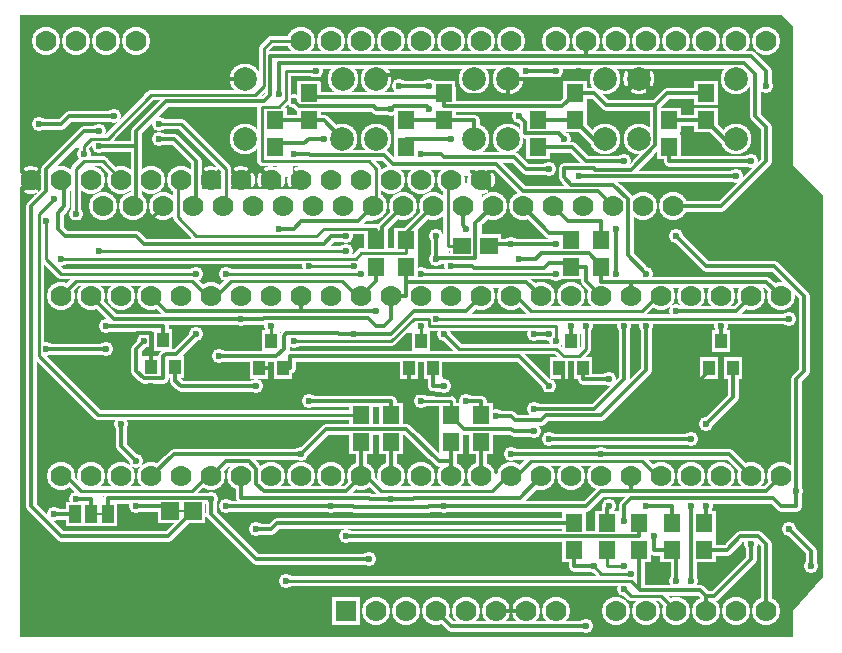
<source format=gbr>
G04 GERBER ASCII OUTPUT FROM: EDWINXP (VER. 1.61 REV. 20080315)*
G04 GERBER FORMAT: RX-274-X*
G04 BOARD: AMICUS_LCD_SHIELD*
G04 ARTWORK OF SOLD.LAYERPOSITIVE SUPERIMPOSED ON NEGATIVE*
%ASAXBY*%
%FSLAX23Y23*%
%MIA0B0*%
%MOIN*%
%OFA0.0000B0.0000*%
%SFA1B1*%
%IJA0B0*%
%INLAYER29NEGPOS*%
%IOA0B0*%
%IPPOS*%
%IR0*%
G04 APERTURE MACROS*
%AMEDWDONUT*
1,1,$1,$2,$3*
1,0,$4,$2,$3*
%
%AMEDWFRECT*
20,1,$1,$2,$3,$4,$5,$6*
%
%AMEDWORECT*
20,1,$1,$2,$3,$4,$5,$10*
20,1,$1,$4,$5,$6,$7,$10*
20,1,$1,$6,$7,$8,$9,$10*
20,1,$1,$8,$9,$2,$3,$10*
1,1,$1,$2,$3*
1,1,$1,$4,$5*
1,1,$1,$6,$7*
1,1,$1,$8,$9*
%
%AMEDWLINER*
20,1,$1,$2,$3,$4,$5,$6*
1,1,$1,$2,$3*
1,1,$1,$4,$5*
%
%AMEDWFTRNG*
4,1,3,$1,$2,$3,$4,$5,$6,$7,$8,$9*
%
%AMEDWATRNG*
4,1,3,$1,$2,$3,$4,$5,$6,$7,$8,$9*
20,1,$11,$1,$2,$3,$4,$10*
20,1,$11,$3,$4,$5,$6,$10*
20,1,$11,$5,$6,$7,$8,$10*
1,1,$11,$3,$4*
1,1,$11,$5,$6*
1,1,$11,$7,$8*
%
%AMEDWOTRNG*
20,1,$1,$2,$3,$4,$5,$8*
20,1,$1,$4,$5,$6,$7,$8*
20,1,$1,$6,$7,$2,$3,$8*
1,1,$1,$2,$3*
1,1,$1,$4,$5*
1,1,$1,$6,$7*
%
G04*
G04 APERTURE LIST*
%ADD10R,0.0700X0.0650*%
%ADD11R,0.0940X0.0890*%
%ADD12R,0.0600X0.0550*%
%ADD13R,0.0840X0.0790*%
%ADD14R,0.06693X0.06693*%
%ADD15R,0.09093X0.09093*%
%ADD16R,0.05906X0.05906*%
%ADD17R,0.08306X0.08306*%
%ADD18R,0.04724X0.06693*%
%ADD19R,0.07124X0.09093*%
%ADD20R,0.03937X0.05906*%
%ADD21R,0.06337X0.08306*%
%ADD22R,0.08268X0.05945*%
%ADD23R,0.10668X0.08345*%
%ADD24R,0.07874X0.05906*%
%ADD25R,0.10274X0.08306*%
%ADD26R,0.08268X0.10236*%
%ADD27R,0.10668X0.12636*%
%ADD28R,0.07874X0.09843*%
%ADD29R,0.10274X0.12243*%
%ADD30R,0.08661X0.02756*%
%ADD31R,0.11061X0.05156*%
%ADD32R,0.07874X0.01969*%
%ADD33R,0.10274X0.04369*%
%ADD34R,0.0650X0.0700*%
%ADD35R,0.0890X0.0940*%
%ADD36R,0.0550X0.0600*%
%ADD37R,0.0790X0.0840*%
%ADD38R,0.0250X0.0600*%
%ADD39R,0.0490X0.0840*%
%ADD40R,0.0150X0.0500*%
%ADD41R,0.0390X0.0740*%
%ADD42R,0.04724X0.01378*%
%ADD43R,0.06299X0.02953*%
%ADD44R,0.04331X0.00984*%
%ADD45R,0.05906X0.02559*%
%ADD46R,0.0500X0.0580*%
%ADD47R,0.0740X0.0820*%
%ADD48R,0.0400X0.0480*%
%ADD49R,0.0640X0.0720*%
%ADD50R,0.07087X0.06693*%
%ADD51R,0.10236X0.09843*%
%ADD52R,0.06299X0.05906*%
%ADD53R,0.09449X0.09055*%
%ADD54R,0.06693X0.07087*%
%ADD55R,0.09843X0.10236*%
%ADD56R,0.05906X0.06299*%
%ADD57R,0.09055X0.09449*%
%ADD58R,0.0860X0.0860*%
%ADD59R,0.1100X0.1100*%
%ADD60R,0.0700X0.0700*%
%ADD61R,0.0940X0.0940*%
%ADD62C,0.00039*%
%ADD64C,0.00054*%
%ADD65R,0.00054X0.00054*%
%ADD66C,0.0010*%
%ADD68C,0.00112*%
%ADD69R,0.00112X0.00112*%
%ADD70C,0.00118*%
%ADD72C,0.00121*%
%ADD73R,0.00121X0.00121*%
%ADD74C,0.0020*%
%ADD75R,0.0020X0.0020*%
%ADD76C,0.0023*%
%ADD77R,0.0023X0.0023*%
%ADD78C,0.00236*%
%ADD80C,0.00238*%
%ADD81R,0.00238X0.00238*%
%ADD82C,0.00288*%
%ADD83R,0.00288X0.00288*%
%ADD84C,0.0030*%
%ADD85R,0.0030X0.0030*%
%ADD86C,0.00355*%
%ADD87R,0.00355X0.00355*%
%ADD88C,0.00394*%
%ADD90C,0.0040*%
%ADD91R,0.0040X0.0040*%
%ADD92C,0.00406*%
%ADD93R,0.00406X0.00406*%
%ADD94C,0.00464*%
%ADD95R,0.00464X0.00464*%
%ADD96C,0.00472*%
%ADD98C,0.0050*%
%ADD99R,0.0050X0.0050*%
%ADD100C,0.00512*%
%ADD101R,0.00512X0.00512*%
%ADD102C,0.00523*%
%ADD103R,0.00523X0.00523*%
%ADD104C,0.00581*%
%ADD105R,0.00581X0.00581*%
%ADD106C,0.00589*%
%ADD107R,0.00589X0.00589*%
%ADD108C,0.00591*%
%ADD109R,0.00591X0.00591*%
%ADD110C,0.0064*%
%ADD111R,0.0064X0.0064*%
%ADD112C,0.00647*%
%ADD113R,0.00647X0.00647*%
%ADD114C,0.00659*%
%ADD115R,0.00659X0.00659*%
%ADD116C,0.00669*%
%ADD118C,0.00704*%
%ADD119R,0.00704X0.00704*%
%ADD120C,0.00706*%
%ADD121R,0.00706X0.00706*%
%ADD122C,0.00764*%
%ADD123R,0.00764X0.00764*%
%ADD124C,0.00787*%
%ADD125R,0.00787X0.00787*%
%ADD126C,0.00799*%
%ADD128C,0.0080*%
%ADD130C,0.00821*%
%ADD131R,0.00821X0.00821*%
%ADD132C,0.00823*%
%ADD133R,0.00823X0.00823*%
%ADD134C,0.00866*%
%ADD136C,0.00875*%
%ADD137R,0.00875X0.00875*%
%ADD138C,0.00881*%
%ADD139R,0.00881X0.00881*%
%ADD140C,0.0090*%
%ADD141R,0.0090X0.0090*%
%ADD142C,0.00939*%
%ADD143R,0.00939X0.00939*%
%ADD144C,0.00975*%
%ADD145R,0.00975X0.00975*%
%ADD146C,0.00984*%
%ADD147R,0.00984X0.00984*%
%ADD148C,0.00992*%
%ADD149R,0.00992X0.00992*%
%ADD150C,0.00993*%
%ADD151R,0.00993X0.00993*%
%ADD152C,0.0100*%
%ADD153R,0.0100X0.0100*%
%ADD154C,0.01051*%
%ADD155R,0.01051X0.01051*%
%ADD156C,0.01052*%
%ADD157R,0.01052X0.01052*%
%ADD158C,0.01056*%
%ADD159R,0.01056X0.01056*%
%ADD160C,0.01109*%
%ADD161R,0.01109X0.01109*%
%ADD162C,0.01111*%
%ADD163R,0.01111X0.01111*%
%ADD164C,0.01168*%
%ADD165R,0.01168X0.01168*%
%ADD166C,0.01181*%
%ADD168C,0.0120*%
%ADD170C,0.0120*%
%ADD172C,0.01227*%
%ADD173R,0.01227X0.01227*%
%ADD174C,0.01227*%
%ADD175R,0.01227X0.01227*%
%ADD176C,0.01231*%
%ADD177R,0.01231X0.01231*%
%ADD178C,0.01285*%
%ADD179R,0.01285X0.01285*%
%ADD180C,0.01291*%
%ADD181R,0.01291X0.01291*%
%ADD182C,0.0130*%
%ADD184C,0.01344*%
%ADD185R,0.01344X0.01344*%
%ADD186C,0.01345*%
%ADD187R,0.01345X0.01345*%
%ADD188C,0.01349*%
%ADD189R,0.01349X0.01349*%
%ADD190C,0.01402*%
%ADD191R,0.01402X0.01402*%
%ADD192C,0.01403*%
%ADD193R,0.01403X0.01403*%
%ADD194C,0.01408*%
%ADD195R,0.01408X0.01408*%
%ADD196C,0.01461*%
%ADD197R,0.01461X0.01461*%
%ADD198C,0.01467*%
%ADD199R,0.01467X0.01467*%
%ADD200C,0.0150*%
%ADD201R,0.0150X0.0150*%
%ADD202C,0.01502*%
%ADD203R,0.01502X0.01502*%
%ADD204C,0.01519*%
%ADD205R,0.01519X0.01519*%
%ADD206C,0.01575*%
%ADD208C,0.01577*%
%ADD209R,0.01577X0.01577*%
%ADD210C,0.01579*%
%ADD211R,0.01579X0.01579*%
%ADD212C,0.01584*%
%ADD213R,0.01584X0.01584*%
%ADD214C,0.01636*%
%ADD215R,0.01636X0.01636*%
%ADD216C,0.01637*%
%ADD217R,0.01637X0.01637*%
%ADD218C,0.01694*%
%ADD219R,0.01694X0.01694*%
%ADD220C,0.01701*%
%ADD221R,0.01701X0.01701*%
%ADD222C,0.01753*%
%ADD223R,0.01753X0.01753*%
%ADD224C,0.0176*%
%ADD225R,0.0176X0.0176*%
%ADD226C,0.01816*%
%ADD227R,0.01816X0.01816*%
%ADD228C,0.0187*%
%ADD229R,0.0187X0.0187*%
%ADD230C,0.01877*%
%ADD231R,0.01877X0.01877*%
%ADD232C,0.01928*%
%ADD233R,0.01928X0.01928*%
%ADD234C,0.01969*%
%ADD235R,0.01969X0.01969*%
%ADD236C,0.01971*%
%ADD237R,0.01971X0.01971*%
%ADD238C,0.01994*%
%ADD239R,0.01994X0.01994*%
%ADD240C,0.02045*%
%ADD241R,0.02045X0.02045*%
%ADD242C,0.02046*%
%ADD243R,0.02046X0.02046*%
%ADD244C,0.02053*%
%ADD245R,0.02053X0.02053*%
%ADD246C,0.02105*%
%ADD247R,0.02105X0.02105*%
%ADD248C,0.0217*%
%ADD249R,0.0217X0.0217*%
%ADD250C,0.0222*%
%ADD251R,0.0222X0.0222*%
%ADD252C,0.02229*%
%ADD253R,0.02229X0.02229*%
%ADD254C,0.02279*%
%ADD255R,0.02279X0.02279*%
%ADD256C,0.02337*%
%ADD257R,0.02337X0.02337*%
%ADD258C,0.02339*%
%ADD259R,0.02339X0.02339*%
%ADD260C,0.02362*%
%ADD261R,0.02362X0.02362*%
%ADD262C,0.02395*%
%ADD263R,0.02395X0.02395*%
%ADD264C,0.0240*%
%ADD265R,0.0240X0.0240*%
%ADD266C,0.0240*%
%ADD267R,0.0240X0.0240*%
%ADD268C,0.02405*%
%ADD269R,0.02405X0.02405*%
%ADD270C,0.02464*%
%ADD271R,0.02464X0.02464*%
%ADD272C,0.0250*%
%ADD273R,0.0250X0.0250*%
%ADD274C,0.02512*%
%ADD275R,0.02512X0.02512*%
%ADD276C,0.02581*%
%ADD277R,0.02581X0.02581*%
%ADD278C,0.02629*%
%ADD279R,0.02629X0.02629*%
%ADD280C,0.02631*%
%ADD281R,0.02631X0.02631*%
%ADD282C,0.02636*%
%ADD284C,0.0264*%
%ADD285R,0.0264X0.0264*%
%ADD286C,0.02688*%
%ADD287R,0.02688X0.02688*%
%ADD288C,0.02698*%
%ADD289R,0.02698X0.02698*%
%ADD290C,0.02746*%
%ADD291R,0.02746X0.02746*%
%ADD292C,0.02794*%
%ADD294C,0.02804*%
%ADD295R,0.02804X0.02804*%
%ADD296C,0.02816*%
%ADD297R,0.02816X0.02816*%
%ADD298C,0.02863*%
%ADD299R,0.02863X0.02863*%
%ADD300C,0.02874*%
%ADD301R,0.02874X0.02874*%
%ADD302C,0.0290*%
%ADD304C,0.02923*%
%ADD305R,0.02923X0.02923*%
%ADD306C,0.02933*%
%ADD307R,0.02933X0.02933*%
%ADD308C,0.02991*%
%ADD309R,0.02991X0.02991*%
%ADD310C,0.02992*%
%ADD311R,0.02992X0.02992*%
%ADD312C,0.0300*%
%ADD313R,0.0300X0.0300*%
%ADD314C,0.03038*%
%ADD315R,0.03038X0.03038*%
%ADD316C,0.0304*%
%ADD317R,0.0304X0.0304*%
%ADD318C,0.03046*%
%ADD319R,0.03046X0.03046*%
%ADD320C,0.0305*%
%ADD321R,0.0305X0.0305*%
%ADD322C,0.03059*%
%ADD323R,0.03059X0.03059*%
%ADD324C,0.03069*%
%ADD325R,0.03069X0.03069*%
%ADD326C,0.03097*%
%ADD327R,0.03097X0.03097*%
%ADD328C,0.03099*%
%ADD329R,0.03099X0.03099*%
%ADD330C,0.03104*%
%ADD331R,0.03104X0.03104*%
%ADD332C,0.0315*%
%ADD333R,0.0315X0.0315*%
%ADD334C,0.03199*%
%ADD335R,0.03199X0.03199*%
%ADD336C,0.0320*%
%ADD337R,0.0320X0.0320*%
%ADD338C,0.03226*%
%ADD339R,0.03226X0.03226*%
%ADD340C,0.03266*%
%ADD342C,0.03274*%
%ADD343R,0.03274X0.03274*%
%ADD344C,0.03285*%
%ADD345R,0.03285X0.03285*%
%ADD346C,0.0333*%
%ADD347R,0.0333X0.0333*%
%ADD348C,0.03332*%
%ADD349R,0.03332X0.03332*%
%ADD350C,0.03344*%
%ADD351R,0.03344X0.03344*%
%ADD352C,0.03375*%
%ADD353R,0.03375X0.03375*%
%ADD354C,0.03391*%
%ADD355R,0.03391X0.03391*%
%ADD356C,0.03393*%
%ADD357R,0.03393X0.03393*%
%ADD358C,0.03402*%
%ADD359R,0.03402X0.03402*%
%ADD360C,0.03447*%
%ADD361R,0.03447X0.03447*%
%ADD362C,0.03452*%
%ADD363R,0.03452X0.03452*%
%ADD364C,0.03464*%
%ADD365R,0.03464X0.03464*%
%ADD366C,0.0350*%
%ADD367R,0.0350X0.0350*%
%ADD368C,0.03506*%
%ADD369R,0.03506X0.03506*%
%ADD370C,0.03511*%
%ADD371R,0.03511X0.03511*%
%ADD372C,0.0352*%
%ADD373R,0.0352X0.0352*%
%ADD374C,0.03581*%
%ADD376C,0.0360*%
%ADD377R,0.0360X0.0360*%
%ADD378C,0.03627*%
%ADD379R,0.03627X0.03627*%
%ADD380C,0.03637*%
%ADD381R,0.03637X0.03637*%
%ADD382C,0.03691*%
%ADD383R,0.03691X0.03691*%
%ADD384C,0.03696*%
%ADD385R,0.03696X0.03696*%
%ADD386C,0.0370*%
%ADD388C,0.03745*%
%ADD389R,0.03745X0.03745*%
%ADD390C,0.03749*%
%ADD391R,0.03749X0.03749*%
%ADD392C,0.03754*%
%ADD393R,0.03754X0.03754*%
%ADD394C,0.0380*%
%ADD395R,0.0380X0.0380*%
%ADD396C,0.03802*%
%ADD397R,0.03802X0.03802*%
%ADD398C,0.03808*%
%ADD399R,0.03808X0.03808*%
%ADD400C,0.03861*%
%ADD401R,0.03861X0.03861*%
%ADD402C,0.03867*%
%ADD403R,0.03867X0.03867*%
%ADD404C,0.03872*%
%ADD405R,0.03872X0.03872*%
%ADD406C,0.0390*%
%ADD407R,0.0390X0.0390*%
%ADD408C,0.03902*%
%ADD409R,0.03902X0.03902*%
%ADD410C,0.03919*%
%ADD411R,0.03919X0.03919*%
%ADD412C,0.0393*%
%ADD413R,0.0393X0.0393*%
%ADD414C,0.03937*%
%ADD415R,0.03937X0.03937*%
%ADD416C,0.03973*%
%ADD417R,0.03973X0.03973*%
%ADD418C,0.03977*%
%ADD419R,0.03977X0.03977*%
%ADD420C,0.03984*%
%ADD421R,0.03984X0.03984*%
%ADD422C,0.03989*%
%ADD423R,0.03989X0.03989*%
%ADD424C,0.0400*%
%ADD425R,0.0400X0.0400*%
%ADD426C,0.04031*%
%ADD427R,0.04031X0.04031*%
%ADD428C,0.04036*%
%ADD429R,0.04036X0.04036*%
%ADD430C,0.04048*%
%ADD431R,0.04048X0.04048*%
%ADD432C,0.04094*%
%ADD433R,0.04094X0.04094*%
%ADD434C,0.04101*%
%ADD435R,0.04101X0.04101*%
%ADD436C,0.04106*%
%ADD437R,0.04106X0.04106*%
%ADD438C,0.04153*%
%ADD439R,0.04153X0.04153*%
%ADD440C,0.0416*%
%ADD441R,0.0416X0.0416*%
%ADD442C,0.04165*%
%ADD443R,0.04165X0.04165*%
%ADD444C,0.04173*%
%ADD445R,0.04173X0.04173*%
%ADD446C,0.0427*%
%ADD447R,0.0427X0.0427*%
%ADD448C,0.04277*%
%ADD449R,0.04277X0.04277*%
%ADD450C,0.04328*%
%ADD451R,0.04328X0.04328*%
%ADD452C,0.04341*%
%ADD453R,0.04341X0.04341*%
%ADD454C,0.04371*%
%ADD455R,0.04371X0.04371*%
%ADD456C,0.04394*%
%ADD457R,0.04394X0.04394*%
%ADD458C,0.0440*%
%ADD459R,0.0440X0.0440*%
%ADD460C,0.0444*%
%ADD461R,0.0444X0.0444*%
%ADD462C,0.04443*%
%ADD463R,0.04443X0.04443*%
%ADD464C,0.04445*%
%ADD465R,0.04445X0.04445*%
%ADD466C,0.04446*%
%ADD467R,0.04446X0.04446*%
%ADD468C,0.04453*%
%ADD469R,0.04453X0.04453*%
%ADD470C,0.04458*%
%ADD471R,0.04458X0.04458*%
%ADD472C,0.04499*%
%ADD473R,0.04499X0.04499*%
%ADD474C,0.0450*%
%ADD475R,0.0450X0.0450*%
%ADD476C,0.04505*%
%ADD477R,0.04505X0.04505*%
%ADD478C,0.04517*%
%ADD479R,0.04517X0.04517*%
%ADD480C,0.04557*%
%ADD481R,0.04557X0.04557*%
%ADD482C,0.0457*%
%ADD483R,0.0457X0.0457*%
%ADD484C,0.04576*%
%ADD485R,0.04576X0.04576*%
%ADD486C,0.0462*%
%ADD487R,0.0462X0.0462*%
%ADD488C,0.04629*%
%ADD489R,0.04629X0.04629*%
%ADD490C,0.04634*%
%ADD491R,0.04634X0.04634*%
%ADD492C,0.04679*%
%ADD493R,0.04679X0.04679*%
%ADD494C,0.04693*%
%ADD495R,0.04693X0.04693*%
%ADD496C,0.0470*%
%ADD497R,0.0470X0.0470*%
%ADD498C,0.04724*%
%ADD499R,0.04724X0.04724*%
%ADD500C,0.04737*%
%ADD501R,0.04737X0.04737*%
%ADD502C,0.04739*%
%ADD503R,0.04739X0.04739*%
%ADD504C,0.04762*%
%ADD505R,0.04762X0.04762*%
%ADD506C,0.04795*%
%ADD507R,0.04795X0.04795*%
%ADD508C,0.04805*%
%ADD509R,0.04805X0.04805*%
%ADD510C,0.0481*%
%ADD511R,0.0481X0.0481*%
%ADD512C,0.04864*%
%ADD513R,0.04864X0.04864*%
%ADD514C,0.04869*%
%ADD515R,0.04869X0.04869*%
%ADD516C,0.0490*%
%ADD517R,0.0490X0.0490*%
%ADD518C,0.04911*%
%ADD519R,0.04911X0.04911*%
%ADD520C,0.04912*%
%ADD521R,0.04912X0.04912*%
%ADD522C,0.04928*%
%ADD523R,0.04928X0.04928*%
%ADD524C,0.04966*%
%ADD525R,0.04966X0.04966*%
%ADD526C,0.04981*%
%ADD527R,0.04981X0.04981*%
%ADD528C,0.0500*%
%ADD529R,0.0500X0.0500*%
%ADD530C,0.05028*%
%ADD531R,0.05028X0.05028*%
%ADD532C,0.05029*%
%ADD533R,0.05029X0.05029*%
%ADD534C,0.05031*%
%ADD535R,0.05031X0.05031*%
%ADD536C,0.0504*%
%ADD537R,0.0504X0.0504*%
%ADD538C,0.05045*%
%ADD539R,0.05045X0.05045*%
%ADD540C,0.05083*%
%ADD541R,0.05083X0.05083*%
%ADD542C,0.05086*%
%ADD543R,0.05086X0.05086*%
%ADD544C,0.05088*%
%ADD545R,0.05088X0.05088*%
%ADD546C,0.05098*%
%ADD547R,0.05098X0.05098*%
%ADD548C,0.05118*%
%ADD549R,0.05118X0.05118*%
%ADD550C,0.05146*%
%ADD551R,0.05146X0.05146*%
%ADD552C,0.05204*%
%ADD553R,0.05204X0.05204*%
%ADD554C,0.05216*%
%ADD555R,0.05216X0.05216*%
%ADD556C,0.05221*%
%ADD557R,0.05221X0.05221*%
%ADD558C,0.05263*%
%ADD559R,0.05263X0.05263*%
%ADD560C,0.05274*%
%ADD561R,0.05274X0.05274*%
%ADD562C,0.0528*%
%ADD563R,0.0528X0.0528*%
%ADD564C,0.05317*%
%ADD565R,0.05317X0.05317*%
%ADD566C,0.0532*%
%ADD567R,0.0532X0.0532*%
%ADD568C,0.05323*%
%ADD569R,0.05323X0.05323*%
%ADD570C,0.05333*%
%ADD571R,0.05333X0.05333*%
%ADD572C,0.05392*%
%ADD573R,0.05392X0.05392*%
%ADD574C,0.05397*%
%ADD575R,0.05397X0.05397*%
%ADD576C,0.05434*%
%ADD577R,0.05434X0.05434*%
%ADD578C,0.05438*%
%ADD579R,0.05438X0.05438*%
%ADD580C,0.0544*%
%ADD581R,0.0544X0.0544*%
%ADD582C,0.05446*%
%ADD583R,0.05446X0.05446*%
%ADD584C,0.0545*%
%ADD585R,0.0545X0.0545*%
%ADD586C,0.05497*%
%ADD587R,0.05497X0.05497*%
%ADD588C,0.05499*%
%ADD589R,0.05499X0.05499*%
%ADD590C,0.0550*%
%ADD591R,0.0550X0.0550*%
%ADD592C,0.05514*%
%ADD593R,0.05514X0.05514*%
%ADD594C,0.0555*%
%ADD595R,0.0555X0.0555*%
%ADD596C,0.05573*%
%ADD597R,0.05573X0.05573*%
%ADD598C,0.0560*%
%ADD599R,0.0560X0.0560*%
%ADD600C,0.05626*%
%ADD601R,0.05626X0.05626*%
%ADD602C,0.05631*%
%ADD603R,0.05631X0.05631*%
%ADD604C,0.05674*%
%ADD605R,0.05674X0.05674*%
%ADD606C,0.05685*%
%ADD607R,0.05685X0.05685*%
%ADD608C,0.0570*%
%ADD609R,0.0570X0.0570*%
%ADD610C,0.0573*%
%ADD611R,0.0573X0.0573*%
%ADD612C,0.05732*%
%ADD613R,0.05732X0.05732*%
%ADD614C,0.05744*%
%ADD615R,0.05744X0.05744*%
%ADD616C,0.05749*%
%ADD617R,0.05749X0.05749*%
%ADD618C,0.05791*%
%ADD619R,0.05791X0.05791*%
%ADD620C,0.05802*%
%ADD621R,0.05802X0.05802*%
%ADD622C,0.05807*%
%ADD623R,0.05807X0.05807*%
%ADD624C,0.05847*%
%ADD625R,0.05847X0.05847*%
%ADD626C,0.05864*%
%ADD627R,0.05864X0.05864*%
%ADD628C,0.05866*%
%ADD629R,0.05866X0.05866*%
%ADD630C,0.0590*%
%ADD631R,0.0590X0.0590*%
%ADD632C,0.05906*%
%ADD633R,0.05906X0.05906*%
%ADD634C,0.0592*%
%ADD635R,0.0592X0.0592*%
%ADD636C,0.05945*%
%ADD637R,0.05945X0.05945*%
%ADD638C,0.0600*%
%ADD639R,0.0600X0.0600*%
%ADD640C,0.06018*%
%ADD641R,0.06018X0.06018*%
%ADD642C,0.06037*%
%ADD643R,0.06037X0.06037*%
%ADD644C,0.06076*%
%ADD645R,0.06076X0.06076*%
%ADD646C,0.06096*%
%ADD647R,0.06096X0.06096*%
%ADD648C,0.06101*%
%ADD649R,0.06101X0.06101*%
%ADD650C,0.06154*%
%ADD651R,0.06154X0.06154*%
%ADD652C,0.06159*%
%ADD653R,0.06159X0.06159*%
%ADD654C,0.0620*%
%ADD655R,0.0620X0.0620*%
%ADD656C,0.0620*%
%ADD657R,0.0620X0.0620*%
%ADD658C,0.06201*%
%ADD659R,0.06201X0.06201*%
%ADD660C,0.06272*%
%ADD661R,0.06272X0.06272*%
%ADD662C,0.06299*%
%ADD663R,0.06299X0.06299*%
%ADD664C,0.0633*%
%ADD665R,0.0633X0.0633*%
%ADD666C,0.06335*%
%ADD667R,0.06335X0.06335*%
%ADD668C,0.06337*%
%ADD669R,0.06337X0.06337*%
%ADD670C,0.06373*%
%ADD671R,0.06373X0.06373*%
%ADD672C,0.06389*%
%ADD673R,0.06389X0.06389*%
%ADD674C,0.06394*%
%ADD675R,0.06394X0.06394*%
%ADD676C,0.06427*%
%ADD677R,0.06427X0.06427*%
%ADD678C,0.06431*%
%ADD679R,0.06431X0.06431*%
%ADD680C,0.06448*%
%ADD681R,0.06448X0.06448*%
%ADD682C,0.06453*%
%ADD683R,0.06453X0.06453*%
%ADD684C,0.0650*%
%ADD685R,0.0650X0.0650*%
%ADD686C,0.06506*%
%ADD687R,0.06506X0.06506*%
%ADD688C,0.06565*%
%ADD689R,0.06565X0.06565*%
%ADD690C,0.06687*%
%ADD691R,0.06687X0.06687*%
%ADD692C,0.06693*%
%ADD693R,0.06693X0.06693*%
%ADD694C,0.06741*%
%ADD695R,0.06741X0.06741*%
%ADD696C,0.0680*%
%ADD697R,0.0680X0.0680*%
%ADD698C,0.06805*%
%ADD699R,0.06805X0.06805*%
%ADD700C,0.0684*%
%ADD701R,0.0684X0.0684*%
%ADD702C,0.0684*%
%ADD703R,0.0684X0.0684*%
%ADD704C,0.06843*%
%ADD705R,0.06843X0.06843*%
%ADD706C,0.06858*%
%ADD707R,0.06858X0.06858*%
%ADD708C,0.06863*%
%ADD709R,0.06863X0.06863*%
%ADD710C,0.06899*%
%ADD711R,0.06899X0.06899*%
%ADD712C,0.0690*%
%ADD713R,0.0690X0.0690*%
%ADD714C,0.06906*%
%ADD715R,0.06906X0.06906*%
%ADD716C,0.06917*%
%ADD717R,0.06917X0.06917*%
%ADD718C,0.06957*%
%ADD719R,0.06957X0.06957*%
%ADD720C,0.06976*%
%ADD721R,0.06976X0.06976*%
%ADD722C,0.06981*%
%ADD723R,0.06981X0.06981*%
%ADD724C,0.0700*%
%ADD725R,0.0700X0.0700*%
%ADD726C,0.07034*%
%ADD727R,0.07034X0.07034*%
%ADD728C,0.07039*%
%ADD729R,0.07039X0.07039*%
%ADD730C,0.07093*%
%ADD731R,0.07093X0.07093*%
%ADD732C,0.07098*%
%ADD733R,0.07098X0.07098*%
%ADD734C,0.0710*%
%ADD735R,0.0710X0.0710*%
%ADD736C,0.07124*%
%ADD737R,0.07124X0.07124*%
%ADD738C,0.0721*%
%ADD739R,0.0721X0.0721*%
%ADD740C,0.07215*%
%ADD741R,0.07215X0.07215*%
%ADD742C,0.07245*%
%ADD743R,0.07245X0.07245*%
%ADD744C,0.07269*%
%ADD745R,0.07269X0.07269*%
%ADD746C,0.07311*%
%ADD747R,0.07311X0.07311*%
%ADD748C,0.07328*%
%ADD749R,0.07328X0.07328*%
%ADD750C,0.07366*%
%ADD751R,0.07366X0.07366*%
%ADD752C,0.0740*%
%ADD753R,0.0740X0.0740*%
%ADD754C,0.07428*%
%ADD755R,0.07428X0.07428*%
%ADD756C,0.07445*%
%ADD757R,0.07445X0.07445*%
%ADD758C,0.0745*%
%ADD759R,0.0745X0.0745*%
%ADD760C,0.07483*%
%ADD761R,0.07483X0.07483*%
%ADD762C,0.07486*%
%ADD763R,0.07486X0.07486*%
%ADD764C,0.0750*%
%ADD765R,0.0750X0.0750*%
%ADD766C,0.07598*%
%ADD768C,0.0760*%
%ADD770C,0.07621*%
%ADD771R,0.07621X0.07621*%
%ADD772C,0.0768*%
%ADD773R,0.0768X0.0768*%
%ADD774C,0.07717*%
%ADD775R,0.07717X0.07717*%
%ADD776C,0.0772*%
%ADD777R,0.0772X0.0772*%
%ADD778C,0.07797*%
%ADD779R,0.07797X0.07797*%
%ADD780C,0.07834*%
%ADD781R,0.07834X0.07834*%
%ADD782C,0.07874*%
%ADD783R,0.07874X0.07874*%
%ADD784C,0.0790*%
%ADD785R,0.0790X0.0790*%
%ADD786C,0.07914*%
%ADD787R,0.07914X0.07914*%
%ADD788C,0.07951*%
%ADD789R,0.07951X0.07951*%
%ADD790C,0.07973*%
%ADD791R,0.07973X0.07973*%
%ADD792C,0.07978*%
%ADD793R,0.07978X0.07978*%
%ADD794C,0.0800*%
%ADD795R,0.0800X0.0800*%
%ADD796C,0.08004*%
%ADD797R,0.08004X0.08004*%
%ADD798C,0.08031*%
%ADD799R,0.08031X0.08031*%
%ADD800C,0.08068*%
%ADD801R,0.08068X0.08068*%
%ADD802C,0.0810*%
%ADD803R,0.0810X0.0810*%
%ADD804C,0.08149*%
%ADD805R,0.08149X0.08149*%
%ADD806C,0.08207*%
%ADD807R,0.08207X0.08207*%
%ADD808C,0.08266*%
%ADD809R,0.08266X0.08266*%
%ADD810C,0.08268*%
%ADD811R,0.08268X0.08268*%
%ADD812C,0.08296*%
%ADD813R,0.08296X0.08296*%
%ADD814C,0.08306*%
%ADD815R,0.08306X0.08306*%
%ADD816C,0.08345*%
%ADD817R,0.08345X0.08345*%
%ADD818C,0.0840*%
%ADD819R,0.0840X0.0840*%
%ADD820C,0.08418*%
%ADD821R,0.08418X0.08418*%
%ADD822C,0.08476*%
%ADD823R,0.08476X0.08476*%
%ADD824C,0.08501*%
%ADD825R,0.08501X0.08501*%
%ADD826C,0.08559*%
%ADD827R,0.08559X0.08559*%
%ADD828C,0.08598*%
%ADD830C,0.0860*%
%ADD831R,0.0860X0.0860*%
%ADD832C,0.08601*%
%ADD833R,0.08601X0.08601*%
%ADD834C,0.08661*%
%ADD835R,0.08661X0.08661*%
%ADD836C,0.08682*%
%ADD837R,0.08682X0.08682*%
%ADD838C,0.0870*%
%ADD839R,0.0870X0.0870*%
%ADD840C,0.08735*%
%ADD841R,0.08735X0.08735*%
%ADD842C,0.08794*%
%ADD843R,0.08794X0.08794*%
%ADD844C,0.08827*%
%ADD845R,0.08827X0.08827*%
%ADD846C,0.08853*%
%ADD847R,0.08853X0.08853*%
%ADD848C,0.08858*%
%ADD849R,0.08858X0.08858*%
%ADD850C,0.0890*%
%ADD851R,0.0890X0.0890*%
%ADD852C,0.08917*%
%ADD853R,0.08917X0.08917*%
%ADD854C,0.0900*%
%ADD855R,0.0900X0.0900*%
%ADD856C,0.09087*%
%ADD857R,0.09087X0.09087*%
%ADD858C,0.09093*%
%ADD859R,0.09093X0.09093*%
%ADD860C,0.09205*%
%ADD861R,0.09205X0.09205*%
%ADD862C,0.09231*%
%ADD863R,0.09231X0.09231*%
%ADD864C,0.0924*%
%ADD865R,0.0924X0.0924*%
%ADD866C,0.09263*%
%ADD867R,0.09263X0.09263*%
%ADD868C,0.09381*%
%ADD869R,0.09381X0.09381*%
%ADD870C,0.09386*%
%ADD871R,0.09386X0.09386*%
%ADD872C,0.0940*%
%ADD873R,0.0940X0.0940*%
%ADD874C,0.09439*%
%ADD875R,0.09439X0.09439*%
%ADD876C,0.09449*%
%ADD877R,0.09449X0.09449*%
%ADD878C,0.09498*%
%ADD879R,0.09498X0.09498*%
%ADD880C,0.09615*%
%ADD881R,0.09615X0.09615*%
%ADD882C,0.09645*%
%ADD883R,0.09645X0.09645*%
%ADD884C,0.0970*%
%ADD885R,0.0970X0.0970*%
%ADD886C,0.09843*%
%ADD887R,0.09843X0.09843*%
%ADD888C,0.0985*%
%ADD889R,0.0985X0.0985*%
%ADD890C,0.0990*%
%ADD891R,0.0990X0.0990*%
%ADD892C,0.09997*%
%ADD893R,0.09997X0.09997*%
%ADD894C,0.09998*%
%ADD896C,0.1000*%
%ADD897R,0.1000X0.1000*%
%ADD898C,0.1009*%
%ADD899R,0.1009X0.1009*%
%ADD900C,0.10236*%
%ADD901R,0.10236X0.10236*%
%ADD902C,0.10274*%
%ADD903R,0.10274X0.10274*%
%ADD904C,0.10351*%
%ADD905R,0.10351X0.10351*%
%ADD906C,0.10378*%
%ADD907R,0.10378X0.10378*%
%ADD908C,0.1040*%
%ADD909R,0.1040X0.1040*%
%ADD910C,0.10404*%
%ADD911R,0.10404X0.10404*%
%ADD912C,0.10468*%
%ADD913R,0.10468X0.10468*%
%ADD914C,0.10518*%
%ADD915R,0.10518X0.10518*%
%ADD916C,0.10668*%
%ADD917R,0.10668X0.10668*%
%ADD918C,0.10676*%
%ADD919R,0.10676X0.10676*%
%ADD920C,0.10696*%
%ADD921R,0.10696X0.10696*%
%ADD922C,0.10735*%
%ADD923R,0.10735X0.10735*%
%ADD924C,0.10816*%
%ADD925R,0.10816X0.10816*%
%ADD926C,0.10911*%
%ADD927R,0.10911X0.10911*%
%ADD928C,0.10998*%
%ADD930C,0.1100*%
%ADD931R,0.1100X0.1100*%
%ADD932C,0.11061*%
%ADD933R,0.11061X0.11061*%
%ADD934C,0.11082*%
%ADD935R,0.11082X0.11082*%
%ADD936C,0.1110*%
%ADD937R,0.1110X0.1110*%
%ADD938C,0.1120*%
%ADD939R,0.1120X0.1120*%
%ADD940C,0.11258*%
%ADD941R,0.11258X0.11258*%
%ADD942C,0.11263*%
%ADD943R,0.11263X0.11263*%
%ADD944C,0.11317*%
%ADD945R,0.11317X0.11317*%
%ADD946C,0.1140*%
%ADD947R,0.1140X0.1140*%
%ADD948C,0.1150*%
%ADD949R,0.1150X0.1150*%
%ADD950C,0.1151*%
%ADD951R,0.1151X0.1151*%
%ADD952C,0.11556*%
%ADD953R,0.11556X0.11556*%
%ADD954C,0.11627*%
%ADD955R,0.11627X0.11627*%
%ADD956C,0.11631*%
%ADD957R,0.11631X0.11631*%
%ADD958C,0.11786*%
%ADD959R,0.11786X0.11786*%
%ADD960C,0.11791*%
%ADD961R,0.11791X0.11791*%
%ADD962C,0.11849*%
%ADD963R,0.11849X0.11849*%
%ADD964C,0.1200*%
%ADD965R,0.1200X0.1200*%
%ADD966C,0.1210*%
%ADD967R,0.1210X0.1210*%
%ADD968C,0.12202*%
%ADD969R,0.12202X0.12202*%
%ADD970C,0.12243*%
%ADD971R,0.12243X0.12243*%
%ADD972C,0.12397*%
%ADD973R,0.12397X0.12397*%
%ADD974C,0.1240*%
%ADD975R,0.1240X0.1240*%
%ADD976C,0.12436*%
%ADD977R,0.12436X0.12436*%
%ADD978C,0.1249*%
%ADD979R,0.1249X0.1249*%
%ADD980C,0.1250*%
%ADD981R,0.1250X0.1250*%
%ADD982C,0.12636*%
%ADD983R,0.12636X0.12636*%
%ADD984C,0.12918*%
%ADD985R,0.12918X0.12918*%
%ADD986C,0.12992*%
%ADD987R,0.12992X0.12992*%
%ADD988C,0.1300*%
%ADD989R,0.1300X0.1300*%
%ADD990C,0.13076*%
%ADD991R,0.13076X0.13076*%
%ADD992C,0.13135*%
%ADD993R,0.13135X0.13135*%
%ADD994C,0.13216*%
%ADD995R,0.13216X0.13216*%
%ADD996C,0.13311*%
%ADD997R,0.13311X0.13311*%
%ADD998C,0.1340*%
%ADD999R,0.1340X0.1340*%
G04*
%LNLLAYER29CPOURD*%
%LPD*%
G36*
X1600Y100D02*
X1575Y13D01*
X13Y13D01*
X13Y2088D01*
X2550Y2088D01*
X2588Y2050D01*
X2588Y1588D01*
X2688Y1488D01*
X2688Y213D01*
X2588Y100D01*
X2588Y13D01*
X1638Y13D01*
X1600Y100D01*
G37*
G36*
X1600Y100D02*
X1525Y13D01*
X1688Y13D01*
X1600Y100D01*
G37*
%LNLLAYER29CRELIEVEC*%
%LPC*%
G36*
X423Y902D02*
X423Y951D01*
X413Y951D01*
X413Y902D01*
X423Y902D01*
G37*
G36*
X886Y961D02*
X886Y942D01*
X900Y942D01*
X900Y961D01*
X886Y961D01*
G37*
G36*
X261Y490D02*
X261Y460D01*
X290Y460D01*
X290Y490D01*
X261Y490D01*
G37*
G36*
X626Y428D02*
X626Y414D01*
X641Y414D01*
X641Y428D01*
X626Y428D01*
G37*
G36*
X760Y527D02*
X760Y489D01*
X805Y489D01*
X805Y527D01*
X760Y527D01*
G37*
G36*
X507Y622D02*
X507Y574D01*
X681Y574D01*
X681Y622D01*
X507Y622D01*
G37*
G36*
X478Y591D02*
X478Y514D01*
X612Y514D01*
X612Y591D01*
X478Y591D01*
G37*
G36*
X1412Y628D02*
X1412Y608D01*
X1433Y608D01*
X1433Y628D01*
X1412Y628D01*
G37*
G36*
X1474Y699D02*
X1474Y716D01*
X1410Y716D01*
X1410Y699D01*
X1474Y699D01*
G37*
G36*
X1581Y740D02*
X1581Y713D01*
X1716Y713D01*
X1716Y740D01*
X1581Y740D01*
G37*
G36*
X1484Y784D02*
X1484Y720D01*
X1514Y720D01*
X1514Y784D01*
X1484Y784D01*
G37*
G36*
X1682Y574D02*
X1682Y512D01*
X1708Y512D01*
X1708Y574D01*
X1682Y574D01*
G37*
G36*
X1581Y559D02*
X1581Y490D01*
X1699Y490D01*
X1699Y559D01*
X1581Y559D01*
G37*
G36*
X1733Y761D02*
X1733Y753D01*
X1746Y753D01*
X1746Y761D01*
X1733Y761D01*
G37*
G36*
X2003Y387D02*
X2003Y365D01*
X2040Y365D01*
X2040Y387D01*
X2003Y387D01*
G37*
G36*
X1940Y269D02*
X1940Y244D01*
X1956Y244D01*
X1956Y269D01*
X1940Y269D01*
G37*
G36*
X2043Y267D02*
X2043Y243D01*
X2064Y243D01*
X2064Y267D01*
X2043Y267D01*
G37*
G36*
X2003Y340D02*
X2003Y260D01*
X2040Y260D01*
X2040Y340D01*
X2003Y340D01*
G37*
G36*
X1895Y338D02*
X1895Y262D01*
X1935Y262D01*
X1935Y338D01*
X1895Y338D01*
G37*
G36*
X2037Y185D02*
X2037Y162D01*
X2064Y162D01*
X2064Y185D01*
X2037Y185D01*
G37*
G36*
X2089Y360D02*
X2089Y341D01*
X2105Y341D01*
X2105Y360D01*
X2089Y360D01*
G37*
G36*
X2140Y341D02*
X2140Y320D01*
X2147Y320D01*
X2147Y341D01*
X2140Y341D01*
G37*
G36*
X2196Y465D02*
X2196Y188D01*
X2243Y188D01*
X2243Y465D01*
X2196Y465D01*
G37*
G36*
X2138Y361D02*
X2138Y341D01*
X2206Y341D01*
X2206Y361D01*
X2138Y361D01*
G37*
G36*
X2110Y438D02*
X2110Y354D01*
X2155Y354D01*
X2155Y438D01*
X2110Y438D01*
G37*
G36*
X2038Y469D02*
X2038Y425D01*
X2082Y425D01*
X2082Y469D01*
X2038Y469D01*
G37*
G36*
X1977Y587D02*
X1977Y514D01*
X2018Y514D01*
X2018Y587D01*
X1977Y587D01*
G37*
G36*
X2079Y575D02*
X2079Y509D01*
X2122Y509D01*
X2122Y575D01*
X2079Y575D01*
G37*
G36*
X2266Y465D02*
X2266Y428D01*
X2283Y428D01*
X2283Y465D01*
X2266Y465D01*
G37*
G36*
X2264Y355D02*
X2264Y344D01*
X2332Y344D01*
X2332Y355D01*
X2264Y355D01*
G37*
G36*
X2512Y526D02*
X2512Y462D01*
X2592Y462D01*
X2592Y526D01*
X2512Y526D01*
G37*
G36*
X546Y1505D02*
X546Y1479D01*
X583Y1479D01*
X583Y1505D01*
X546Y1505D01*
G37*
G36*
X1007Y1370D02*
X1007Y1332D01*
X1036Y1332D01*
X1036Y1370D01*
X1007Y1370D01*
G37*
G36*
X939Y1391D02*
X939Y1361D01*
X1008Y1361D01*
X1008Y1391D01*
X939Y1391D01*
G37*
G36*
X551Y1508D02*
X551Y1410D01*
X956Y1410D01*
X956Y1508D01*
X551Y1508D01*
G37*
G36*
X953Y1356D02*
X953Y1444D01*
X574Y1444D01*
X574Y1356D01*
X953Y1356D01*
G37*
G36*
X548Y1436D02*
X548Y1396D01*
X580Y1396D01*
X580Y1436D01*
X548Y1436D01*
G37*
G36*
X1093Y1218D02*
X1093Y1180D01*
X1180Y1180D01*
X1180Y1218D01*
X1093Y1218D01*
G37*
G36*
X1142Y1284D02*
X1142Y1241D01*
X1167Y1241D01*
X1167Y1284D01*
X1142Y1284D01*
G37*
G36*
X1305Y1300D02*
X1305Y1288D01*
X1339Y1288D01*
X1339Y1300D01*
X1305Y1300D01*
G37*
G36*
X1186Y1134D02*
X1186Y1061D01*
X1236Y1061D01*
X1236Y1134D01*
X1186Y1134D01*
G37*
G36*
X1217Y1283D02*
X1217Y1171D01*
X1289Y1171D01*
X1289Y1283D01*
X1217Y1283D01*
G37*
G36*
X1167Y1215D02*
X1167Y1123D01*
X1231Y1123D01*
X1231Y1215D01*
X1167Y1215D01*
G37*
G36*
X681Y1173D02*
X681Y1116D01*
X720Y1116D01*
X720Y1173D01*
X681Y1173D01*
G37*
G36*
X571Y1175D02*
X571Y1112D01*
X620Y1112D01*
X620Y1175D01*
X571Y1175D01*
G37*
G36*
X779Y1190D02*
X779Y1112D01*
X823Y1112D01*
X823Y1190D01*
X779Y1190D01*
G37*
G36*
X873Y1189D02*
X873Y1113D01*
X922Y1113D01*
X922Y1189D01*
X873Y1189D01*
G37*
G36*
X978Y1189D02*
X978Y1113D01*
X1017Y1113D01*
X1017Y1189D01*
X978Y1189D01*
G37*
G36*
X1079Y1171D02*
X1079Y1112D01*
X1128Y1112D01*
X1128Y1171D01*
X1079Y1171D01*
G37*
G36*
X478Y1191D02*
X478Y1115D01*
X530Y1115D01*
X530Y1191D01*
X478Y1191D01*
G37*
G36*
X111Y1508D02*
X111Y1495D01*
X125Y1495D01*
X125Y1508D01*
X111Y1508D01*
G37*
G36*
X60Y1489D02*
X60Y1435D01*
X105Y1435D01*
X105Y1489D01*
X60Y1489D01*
G37*
G36*
X93Y1467D02*
X93Y1366D01*
X145Y1366D01*
X145Y1467D01*
X93Y1467D01*
G37*
G36*
X101Y1370D02*
X101Y1333D01*
X162Y1333D01*
X162Y1370D01*
X101Y1370D01*
G37*
G36*
X103Y1353D02*
X103Y1272D01*
X407Y1272D01*
X407Y1353D01*
X103Y1353D01*
G37*
G36*
X893Y1647D02*
X893Y1612D01*
X913Y1612D01*
X913Y1647D01*
X893Y1647D01*
G37*
G36*
X869Y1596D02*
X869Y1549D01*
X923Y1549D01*
X923Y1596D01*
X869Y1596D01*
G37*
G36*
X218Y1590D02*
X218Y1570D01*
X246Y1570D01*
X246Y1590D01*
X218Y1590D01*
G37*
G36*
X201Y1693D02*
X201Y1646D01*
X239Y1646D01*
X239Y1693D01*
X201Y1693D01*
G37*
G36*
X1143Y1597D02*
X1143Y1572D01*
X1178Y1572D01*
X1178Y1597D01*
X1143Y1597D01*
G37*
G36*
X953Y1590D02*
X953Y1402D01*
X1190Y1402D01*
X1190Y1590D01*
X953Y1590D01*
G37*
G36*
X1471Y1577D02*
X1471Y1551D01*
X1512Y1551D01*
X1512Y1577D01*
X1471Y1577D01*
G37*
G36*
X1738Y1282D02*
X1738Y1258D01*
X1765Y1258D01*
X1765Y1282D01*
X1738Y1282D01*
G37*
G36*
X1682Y1188D02*
X1682Y1125D01*
X1713Y1125D01*
X1713Y1188D01*
X1682Y1188D01*
G37*
G36*
X1475Y1186D02*
X1475Y1106D01*
X1513Y1106D01*
X1513Y1186D01*
X1475Y1186D01*
G37*
G36*
X1380Y1190D02*
X1380Y1116D01*
X1420Y1116D01*
X1420Y1190D01*
X1380Y1190D01*
G37*
G36*
X1255Y1149D02*
X1255Y1064D01*
X1322Y1064D01*
X1322Y1149D01*
X1255Y1149D01*
G37*
G36*
X1291Y1062D02*
X1291Y1028D01*
X1345Y1028D01*
X1345Y1062D01*
X1291Y1062D01*
G37*
G36*
X1192Y1032D02*
X1192Y1071D01*
X862Y1071D01*
X862Y1032D01*
X1192Y1032D01*
G37*
G36*
X1407Y1343D02*
X1407Y1288D01*
X1444Y1288D01*
X1444Y1343D01*
X1407Y1343D01*
G37*
G36*
X1528Y1320D02*
X1528Y1259D01*
X1743Y1259D01*
X1743Y1320D01*
X1528Y1320D01*
G37*
G36*
X1882Y1281D02*
X1882Y1255D01*
X1910Y1255D01*
X1910Y1281D01*
X1882Y1281D01*
G37*
G36*
X1915Y1213D02*
X1915Y1184D01*
X1943Y1184D01*
X1943Y1213D01*
X1915Y1213D01*
G37*
G36*
X1929Y1299D02*
X1929Y1278D01*
X1982Y1278D01*
X1982Y1299D01*
X1929Y1299D01*
G37*
G36*
X2005Y1374D02*
X2005Y1199D01*
X2039Y1199D01*
X2039Y1374D01*
X2005Y1374D01*
G37*
G36*
X2021Y1262D02*
X2021Y1204D01*
X2078Y1204D01*
X2078Y1262D01*
X2021Y1262D01*
G37*
G36*
X1979Y1188D02*
X1979Y1112D01*
X2019Y1112D01*
X2019Y1188D01*
X1979Y1188D01*
G37*
G36*
X2078Y1187D02*
X2078Y1129D01*
X2115Y1129D01*
X2115Y1187D01*
X2078Y1187D01*
G37*
G36*
X1807Y1066D02*
X1807Y1009D01*
X1833Y1009D01*
X1833Y1066D01*
X1807Y1066D01*
G37*
G36*
X1862Y1069D02*
X1862Y1025D01*
X1887Y1025D01*
X1887Y1069D01*
X1862Y1069D01*
G37*
G36*
X1403Y881D02*
X1403Y860D01*
X1422Y860D01*
X1422Y881D01*
X1403Y881D01*
G37*
G36*
X1930Y1299D02*
X1930Y1393D01*
X1779Y1393D01*
X1779Y1299D01*
X1930Y1299D01*
G37*
G36*
X1937Y1373D02*
X1937Y1409D01*
X1765Y1409D01*
X1765Y1373D01*
X1937Y1373D01*
G37*
G36*
X1713Y1491D02*
X1713Y1430D01*
X1760Y1430D01*
X1760Y1491D01*
X1713Y1491D01*
G37*
G36*
X1735Y1444D02*
X1735Y1400D01*
X1781Y1400D01*
X1781Y1444D01*
X1735Y1444D01*
G37*
G36*
X1809Y1490D02*
X1809Y1403D01*
X1856Y1403D01*
X1856Y1490D01*
X1809Y1490D01*
G37*
G36*
X1898Y1489D02*
X1898Y1366D01*
X2023Y1366D01*
X2023Y1489D01*
X1898Y1489D01*
G37*
G36*
X1948Y1513D02*
X1948Y1483D01*
X1992Y1483D01*
X1992Y1513D01*
X1948Y1513D01*
G37*
G36*
X1838Y1565D02*
X1838Y1546D01*
X1856Y1546D01*
X1856Y1565D01*
X1838Y1565D01*
G37*
G36*
X1444Y1528D02*
X1444Y1343D01*
X1552Y1343D01*
X1552Y1528D01*
X1444Y1528D01*
G37*
G36*
X1442Y1688D02*
X1442Y1721D01*
X1259Y1721D01*
X1259Y1688D01*
X1442Y1688D01*
G37*
G36*
X1429Y1732D02*
X1429Y1667D01*
X1500Y1667D01*
X1500Y1732D01*
X1429Y1732D01*
G37*
G36*
X1335Y1679D02*
X1335Y1621D01*
X1495Y1621D01*
X1495Y1679D01*
X1335Y1679D01*
G37*
G36*
X829Y1727D02*
X829Y1667D01*
X1041Y1667D01*
X1041Y1727D01*
X829Y1727D01*
G37*
G36*
X956Y1671D02*
X956Y1621D01*
X1068Y1621D01*
X1068Y1671D01*
X956Y1671D01*
G37*
G36*
X1773Y1247D02*
X1773Y1240D01*
X1790Y1240D01*
X1790Y1247D01*
X1773Y1247D01*
G37*
G36*
X1769Y1728D02*
X1769Y1701D01*
X1826Y1701D01*
X1826Y1728D01*
X1769Y1728D01*
G37*
G36*
X1772Y1684D02*
X1772Y1656D01*
X1807Y1656D01*
X1807Y1684D01*
X1772Y1684D01*
G37*
G36*
X2140Y1698D02*
X2140Y1684D01*
X2214Y1684D01*
X2214Y1698D01*
X2140Y1698D01*
G37*
G36*
X1277Y1839D02*
X1277Y1821D01*
X1366Y1821D01*
X1366Y1839D01*
X1277Y1839D01*
G37*
G36*
X1201Y1799D02*
X1201Y1787D01*
X1237Y1787D01*
X1237Y1799D01*
X1201Y1799D01*
G37*
G36*
X1331Y1771D02*
X1331Y1748D01*
X1371Y1748D01*
X1371Y1771D01*
X1331Y1771D01*
G37*
G36*
X1388Y1789D02*
X1388Y1777D01*
X1410Y1777D01*
X1410Y1789D01*
X1388Y1789D01*
G37*
G36*
X1669Y1914D02*
X1669Y1902D01*
X1682Y1902D01*
X1682Y1914D01*
X1669Y1914D01*
G37*
G36*
X1689Y1771D02*
X1689Y1756D01*
X1704Y1756D01*
X1704Y1771D01*
X1689Y1771D01*
G37*
G36*
X1773Y1771D02*
X1773Y1744D01*
X1829Y1744D01*
X1829Y1771D01*
X1773Y1771D01*
G37*
G36*
X1840Y1790D02*
X1840Y1772D01*
X1902Y1772D01*
X1902Y1790D01*
X1840Y1790D01*
G37*
G36*
X828Y1830D02*
X828Y1788D01*
X875Y1788D01*
X875Y1830D01*
X828Y1830D01*
G37*
D872*
X1800Y2000D02*D03*
X1900Y2000D02*D03*
X2000Y2000D02*D03*
X2100Y2000D02*D03*
X2200Y2000D02*D03*
X2300Y2000D02*D03*
X2400Y2000D02*D03*
X2500Y2000D02*D03*
X1300Y100D02*D03*
X1400Y100D02*D03*
X1500Y100D02*D03*
X1800Y100D02*D03*
X950Y2000D02*D03*
X1050Y2000D02*D03*
X1150Y2000D02*D03*
X1250Y2000D02*D03*
X1350Y2000D02*D03*
X1450Y2000D02*D03*
X1550Y2000D02*D03*
X1650Y2000D02*D03*
X2000Y100D02*D03*
X2100Y100D02*D03*
X2200Y100D02*D03*
X2300Y100D02*D03*
X2400Y100D02*D03*
X2500Y100D02*D03*
X288Y1450D02*D03*
X388Y1450D02*D03*
X588Y1450D02*D03*
X688Y1450D02*D03*
X788Y1450D02*D03*
X888Y1450D02*D03*
X988Y1450D02*D03*
X1088Y1450D02*D03*
X1188Y1450D02*D03*
X1288Y1450D02*D03*
X1388Y1450D02*D03*
X1488Y1450D02*D03*
X1588Y1450D02*D03*
X1688Y1450D02*D03*
X1788Y1450D02*D03*
X1888Y1450D02*D03*
X1988Y1450D02*D03*
X2088Y1450D02*D03*
X2188Y1450D02*D03*
X150Y1538D02*D03*
X250Y1538D02*D03*
X350Y1538D02*D03*
X450Y1538D02*D03*
X550Y1538D02*D03*
X1050Y1538D02*D03*
X1150Y1538D02*D03*
X1250Y1538D02*D03*
X1350Y1538D02*D03*
X1450Y1538D02*D03*
D902*
X1525Y1675D02*D03*
X1525Y1875D02*D03*
X1201Y1675D02*D03*
X1962Y1675D02*D03*
X1963Y1875D02*D03*
X1638Y1675D02*D03*
X2400Y1675D02*D03*
X2400Y1875D02*D03*
X2076Y1675D02*D03*
D37* 
X2175Y1738D02*D03*
X2175Y1648D02*D03*
X2300Y1828D02*D03*
X2300Y1738D02*D03*
X1863Y1828D02*D03*
X1863Y1738D02*D03*
X1425Y1828D02*D03*
X1425Y1738D02*D03*
X975Y1828D02*D03*
X975Y1738D02*D03*
D13* 
X1486Y1319D02*D03*
X1576Y1319D02*D03*
D37* 
X863Y1738D02*D03*
X863Y1648D02*D03*
X1300Y1738D02*D03*
X1300Y1648D02*D03*
X1738Y1738D02*D03*
X1738Y1648D02*D03*
D902*
X1087Y1675D02*D03*
X1088Y1875D02*D03*
X763Y1675D02*D03*
D872*
X2150Y550D02*D03*
X2250Y550D02*D03*
X2350Y550D02*D03*
X2450Y550D02*D03*
X2550Y550D02*D03*
X2550Y1150D02*D03*
X2450Y1150D02*D03*
X2350Y1150D02*D03*
X2250Y1150D02*D03*
X2150Y1150D02*D03*
X1650Y550D02*D03*
X1750Y550D02*D03*
X1850Y550D02*D03*
X1950Y550D02*D03*
X2050Y550D02*D03*
X2050Y1150D02*D03*
X1950Y1150D02*D03*
X1850Y1150D02*D03*
X1750Y1150D02*D03*
X1650Y1150D02*D03*
D37* 
X1860Y305D02*D03*
X1860Y395D02*D03*
X1969Y305D02*D03*
X1969Y395D02*D03*
X1300Y1248D02*D03*
X1300Y1338D02*D03*
X1200Y1248D02*D03*
X1200Y1338D02*D03*
X1550Y663D02*D03*
X1550Y753D02*D03*
X2077Y305D02*D03*
X2077Y395D02*D03*
X2185Y305D02*D03*
X2185Y395D02*D03*
X2293Y305D02*D03*
X2293Y395D02*D03*
X1850Y1248D02*D03*
X1850Y1338D02*D03*
X1950Y1248D02*D03*
X1950Y1338D02*D03*
X1450Y663D02*D03*
X1450Y753D02*D03*
X1250Y663D02*D03*
X1250Y753D02*D03*
X1150Y663D02*D03*
X1150Y753D02*D03*
D872*
X100Y2000D02*D03*
X200Y2000D02*D03*
X300Y2000D02*D03*
X400Y2000D02*D03*
X1150Y550D02*D03*
X1250Y550D02*D03*
X1350Y550D02*D03*
X1450Y550D02*D03*
X1550Y550D02*D03*
X1550Y1150D02*D03*
X1450Y1150D02*D03*
X1350Y1150D02*D03*
X1250Y1150D02*D03*
X1150Y1150D02*D03*
X650Y550D02*D03*
X750Y550D02*D03*
X850Y550D02*D03*
X950Y550D02*D03*
X1050Y550D02*D03*
X1050Y1150D02*D03*
X950Y1150D02*D03*
X850Y1150D02*D03*
X750Y1150D02*D03*
X650Y1150D02*D03*
X150Y550D02*D03*
X250Y550D02*D03*
X350Y550D02*D03*
X450Y550D02*D03*
X550Y550D02*D03*
X550Y1150D02*D03*
X450Y1150D02*D03*
X350Y1150D02*D03*
X250Y1150D02*D03*
X150Y1150D02*D03*
D49* 
X531Y915D02*D03*
X491Y1003D02*D03*
X890Y912D02*D03*
X850Y1000D02*D03*
X1390Y912D02*D03*
X1350Y1000D02*D03*
X1890Y912D02*D03*
X1850Y1000D02*D03*
X2390Y912D02*D03*
X2350Y1000D02*D03*
D896*
X2625Y1400D02*D03*
D17* 
X591Y433D02*D03*
X512Y433D02*D03*
D21* 
X305Y423D02*D03*
X251Y423D02*D03*
X197Y423D02*D03*
D61* 
X1100Y100D02*D03*
D872*
X1200Y100D02*D03*
D896*
X100Y100D02*D03*
X600Y2000D02*D03*
D49* 
X810Y912D02*D03*
X451Y915D02*D03*
X2310Y912D02*D03*
X1810Y912D02*D03*
X1310Y912D02*D03*
D872*
X1700Y100D02*D03*
X1600Y100D02*D03*
D170*
G75*
G01X687Y1521D02*
G03X687Y1555I-37J17D01*
G01*
G75*
G01X667Y1575D02*
G03X633Y1575I-17J-37D01*
G01*
G75*
G01X613Y1554D02*
G03X613Y1520I37J-17D01*
G01*
G75*
G01X633Y1500D02*
G03X667Y1500I17J37D01*
G01*
G75*
G01X787Y1521D02*
G03X787Y1555I-37J17D01*
G01*
G75*
G01X767Y1575D02*
G03X733Y1575I-17J-37D01*
G01*
G75*
G01X713Y1554D02*
G03X713Y1520I37J-17D01*
G01*
G75*
G01X733Y1500D02*
G03X767Y1500I17J37D01*
G01*
G75*
G01X987Y1521D02*
G03X987Y1555I-37J17D01*
G01*
G75*
G01X967Y1575D02*
G03X933Y1575I-17J-37D01*
G01*
G75*
G01X913Y1554D02*
G03X913Y1520I37J-17D01*
G01*
G75*
G01X933Y1500D02*
G03X967Y1500I17J37D01*
G01*
D872*
X488Y1450D02*D03*
D170*
G75*
G01X87Y1521D02*
G03X87Y1555I-37J17D01*
G01*
G75*
G01X67Y1575D02*
G03X33Y1575I-17J-37D01*
G01*
G75*
G01X13Y1554D02*
G03X13Y1520I37J-17D01*
G01*
G75*
G01X33Y1500D02*
G03X67Y1500I17J37D01*
G01*
G75*
G01X887Y1521D02*
G03X887Y1555I-37J17D01*
G01*
G75*
G01X867Y1575D02*
G03X833Y1575I-17J-37D01*
G01*
G75*
G01X813Y1554D02*
G03X813Y1520I37J-17D01*
G01*
G75*
G01X833Y1500D02*
G03X867Y1500I17J37D01*
G01*
D902*
X763Y1875D02*D03*
X1201Y1875D02*D03*
X1638Y1875D02*D03*
D170*
G75*
G01X2117Y1856D02*
G03X2117Y1894I-41J19D01*
G01*
G75*
G01X2095Y1916D02*
G03X2056Y1916I-19J-41D01*
G01*
G75*
G01X2034Y1894D02*
G03X2034Y1856I41J-19D01*
G01*
G75*
G01X2056Y1834D02*
G03X2095Y1834I19J41D01*
G01*
G75*
G01X1587Y1521D02*
G03X1587Y1555I-37J17D01*
G01*
G75*
G01X1567Y1575D02*
G03X1533Y1575I-17J-37D01*
G01*
G75*
G01X1513Y1554D02*
G03X1513Y1520I37J-17D01*
G01*
G75*
G01X1533Y1500D02*
G03X1567Y1500I17J37D01*
G01*
D504*
X325Y1750D02*D03*
X475Y1675D02*D03*
X1100Y1350D02*D03*
X75Y1725D02*D03*
X1650Y1325D02*D03*
X125Y425D02*D03*
X600Y1025D02*D03*
X425Y1000D02*D03*
X925Y1800D02*D03*
X1800Y1900D02*D03*
X1700Y1900D02*D03*
X1375Y1775D02*D03*
X1250Y1775D02*D03*
X600Y1225D02*D03*
X1900Y50D02*D03*
X1600Y750D02*D03*
X2100Y1050D02*D03*
X2100Y1225D02*D03*
X1175Y275D02*D03*
X650Y475D02*D03*
X100Y1400D02*D03*
X1800Y1325D02*D03*
X2575Y375D02*D03*
X2650Y250D02*D03*
X2400Y1550D02*D03*
X1875Y1550D02*D03*
X1825Y1675D02*D03*
X1675Y1750D02*D03*
X1675Y1275D02*D03*
X675Y950D02*D03*
X1125Y1025D02*D03*
X1450Y1250D02*D03*
X2200Y1100D02*D03*
X1200Y1100D02*D03*
X200Y475D02*D03*
X275Y1700D02*D03*
X2500Y1850D02*D03*
X275Y1650D02*D03*
X2025Y1050D02*D03*
X1725Y775D02*D03*
X1725Y700D02*D03*
X200Y1425D02*D03*
X150Y1275D02*D03*
X1000Y1900D02*D03*
X875Y1375D02*D03*
X975Y800D02*D03*
X225Y1625D02*D03*
X125Y1475D02*D03*
X975Y1250D02*D03*
X1125Y1250D02*D03*
X1400Y1075D02*D03*
X2575Y1075D02*D03*
X900Y200D02*D03*
X2450Y325D02*D03*
X2250Y675D02*D03*
X1775Y675D02*D03*
X1650Y625D02*D03*
X1950Y625D02*D03*
X950Y625D02*D03*
X1350Y1625D02*D03*
X1775Y1575D02*D03*
X1375Y1850D02*D03*
X1275Y1850D02*D03*
X1500Y800D02*D03*
X1400Y1275D02*D03*
X1400Y1350D02*D03*
X1350Y800D02*D03*
X1500Y1375D02*D03*
X2000Y1375D02*D03*
X2000Y1225D02*D03*
X800Y850D02*D03*
X800Y375D02*D03*
X1850Y1050D02*D03*
X1350Y1050D02*D03*
X475Y1725D02*D03*
X925Y1625D02*D03*
X850Y1050D02*D03*
X300Y1050D02*D03*
X700Y450D02*D03*
X1050Y450D02*D03*
X1425Y450D02*D03*
X1725Y1025D02*D03*
X1775Y1025D02*D03*
X750Y1075D02*D03*
X875Y1825D02*D03*
X1250Y475D02*D03*
X300Y975D02*D03*
X2250Y200D02*D03*
X2250Y450D02*D03*
X2450Y1600D02*D03*
X2025Y1600D02*D03*
X1450Y1675D02*D03*
X1025Y1675D02*D03*
X2300Y450D02*D03*
X2300Y725D02*D03*
X1975Y875D02*D03*
X2100Y450D02*D03*
X1425Y850D02*D03*
X1100Y350D02*D03*
X2350Y1050D02*D03*
X1975Y450D02*D03*
X1775Y850D02*D03*
X700Y1225D02*D03*
X350Y725D02*D03*
X400Y450D02*D03*
X400Y600D02*D03*
X2200Y200D02*D03*
X2125Y350D02*D03*
X1800Y1000D02*D03*
X925Y1000D02*D03*
X2025Y175D02*D03*
X2025Y250D02*D03*
X2050Y225D02*D03*
X2025Y400D02*D03*
X1925Y250D02*D03*
X2200Y1350D02*D03*
X2600Y500D02*D03*
X100Y975D02*D03*
D166*
X700Y700D02*D03*
X900Y700D02*D03*
X2438Y800D02*D03*
X2400Y700D02*D03*
X2150Y938D02*D03*
X2150Y838D02*D03*
X2200Y900D02*D03*
X2200Y975D02*D03*
D504*
X1900Y1050D02*D03*
X1425Y1025D02*D03*
X1100Y1300D02*D03*
X275Y1300D02*D03*
X1800Y1225D02*D03*
X1350Y1225D02*D03*
X1150Y1225D02*D03*
D308*
X305Y423D02*
X256Y423D01*
D336*
X512Y433D02*
X591Y433D01*
D340*
X2025Y250D02*
X1969Y250D01*
X1969Y305D01*
X1925Y250D02*
X1950Y225D01*
X2050Y225D01*
D374*
X1925Y250D02*
X1860Y250D01*
X1860Y305D01*
X2600Y500D02*
X2600Y450D01*
X2550Y450D01*
X2522Y478D01*
X2050Y478D01*
X2025Y453D01*
X2025Y400D01*
X2600Y500D02*
X2600Y875D01*
X2625Y900D01*
X2625Y1150D01*
X2525Y1250D01*
X2300Y1250D01*
X2200Y1350D01*
X100Y975D02*
X300Y975D01*
D166*
X1875Y1900D02*
X1848Y1873D01*
X1638Y1873D01*
X1201Y1875D02*
X1213Y1887D01*
X1450Y1887D01*
X1469Y1868D01*
X1469Y1850D01*
X1498Y1821D01*
X1638Y1821D01*
X1638Y1873D01*
D182*
X1650Y175D02*
X1650Y100D01*
X1600Y100D01*
D374*
X2185Y305D02*
X2185Y300D01*
X2200Y285D01*
X2200Y200D01*
X2185Y305D02*
X2126Y304D01*
X2125Y350D01*
D340*
X1800Y1000D02*
X1800Y1050D01*
X1375Y1050D01*
X1375Y1075D01*
X1325Y1075D01*
X1250Y1000D01*
X925Y1000D01*
X2200Y100D02*
X2150Y150D01*
X2050Y150D01*
X2025Y175D01*
D166*
X925Y1875D02*
X975Y1875D01*
X977Y1873D01*
X1013Y1873D01*
X1025Y1861D01*
X1025Y1850D01*
X450Y850D02*
X400Y850D01*
X375Y875D01*
X375Y1000D01*
X403Y1028D01*
X451Y1028D01*
X451Y915D01*
X450Y850D02*
X500Y800D01*
X825Y800D01*
X875Y850D01*
X1825Y825D02*
X1823Y823D01*
X1675Y823D01*
X1648Y850D01*
X1475Y850D01*
X1446Y821D01*
X1400Y821D01*
X1393Y828D01*
X1322Y828D01*
X1300Y850D01*
X875Y850D01*
X1825Y725D02*
X2150Y725D01*
X2175Y750D01*
X2175Y765D01*
X2310Y900D01*
X2310Y912D01*
D182*
X763Y1875D02*
X75Y1875D01*
D166*
X1638Y1875D02*
X1638Y1873D01*
D374*
X2300Y1738D02*
X2380Y1656D01*
X2400Y1675D01*
D340*
X1900Y1050D02*
X1900Y975D01*
X1875Y950D01*
X1825Y950D01*
X1800Y975D01*
X1475Y975D01*
X1425Y1025D01*
X1100Y1300D02*
X275Y1300D01*
X1800Y1225D02*
X1350Y1225D01*
X1150Y1225D02*
X700Y1225D01*
D386*
X400Y600D02*
X350Y650D01*
X350Y725D01*
X400Y450D02*
X495Y450D01*
D374*
X495Y450D02*
X512Y433D01*
D134*
X488Y1450D02*
X438Y1400D01*
X175Y1400D01*
D166*
X1300Y850D02*
X1300Y850D01*
X1310Y860D01*
X1310Y912D01*
D182*
X1700Y100D02*
X1650Y100D01*
D166*
X875Y850D02*
X850Y875D01*
X850Y912D01*
X810Y912D01*
X1825Y825D02*
X1822Y828D01*
X1822Y888D01*
X1810Y900D01*
X1810Y912D01*
D374*
X2300Y1738D02*
X2175Y1738D01*
X1863Y1828D02*
X1863Y1825D01*
X1820Y1783D01*
X1425Y1783D01*
X1425Y1813D01*
X987Y1813D01*
X975Y1825D01*
X975Y1828D01*
D386*
X75Y1725D02*
X150Y1725D01*
X175Y1750D01*
X325Y1750D01*
D374*
X475Y1675D02*
X525Y1675D01*
X600Y1600D01*
X600Y1463D01*
X588Y1450D01*
X150Y1538D02*
X161Y1527D01*
X161Y1450D01*
X138Y1427D01*
X138Y1375D01*
X163Y1350D01*
X400Y1350D01*
X425Y1325D01*
X1025Y1325D01*
X1050Y1350D01*
X1100Y1350D01*
X1650Y1325D02*
X1576Y1325D01*
X1576Y1319D01*
X125Y425D02*
X127Y423D01*
D386*
X127Y423D02*
X197Y423D01*
D374*
X1800Y1325D02*
X1650Y1325D01*
X1400Y100D02*
X1450Y50D01*
X1900Y50D01*
X1600Y750D02*
X1650Y750D01*
X1662Y738D01*
X1750Y738D01*
X1765Y753D01*
X1950Y753D01*
X2100Y903D01*
X2100Y1050D01*
X1863Y1828D02*
X1925Y1828D01*
X1965Y1788D01*
X2131Y1788D01*
X2100Y1225D02*
X2038Y1288D01*
X2038Y1475D01*
X1990Y1522D01*
X1850Y1522D01*
X1825Y1547D01*
X1825Y1578D01*
X1925Y1578D01*
X1931Y1572D01*
X2050Y1572D01*
X2131Y1653D01*
X2131Y1788D01*
X650Y475D02*
X646Y479D01*
X305Y479D01*
X305Y423D01*
X2131Y1788D02*
X2171Y1828D01*
X2300Y1828D01*
X650Y475D02*
X650Y425D01*
X800Y275D01*
X1175Y275D01*
X1425Y1813D02*
X1425Y1828D01*
X2500Y1850D02*
X2500Y1900D01*
X2450Y1950D01*
X1900Y1950D01*
X275Y1650D02*
X400Y1650D01*
X600Y1025D02*
X534Y959D01*
X500Y959D01*
X491Y951D01*
X491Y877D01*
X425Y877D01*
X400Y902D01*
X400Y975D01*
X425Y1000D01*
X1250Y1775D02*
X1200Y1775D01*
X1193Y1783D01*
X943Y1783D01*
X925Y1800D01*
X1800Y1900D02*
X1700Y1900D01*
X1250Y1775D02*
X1258Y1783D01*
X1368Y1783D01*
X1375Y1775D01*
D340*
X600Y1225D02*
X150Y1225D01*
X100Y1275D01*
X100Y1400D01*
D374*
X975Y1738D02*
X863Y1738D01*
X975Y1738D02*
X1025Y1738D01*
X1087Y1675D01*
X1950Y1150D02*
X1900Y1200D01*
X1900Y1248D01*
X1850Y1248D01*
X1850Y1250D01*
X1839Y1261D01*
X1775Y1261D01*
X1760Y1246D01*
X1525Y1246D01*
X1521Y1250D01*
X1450Y1250D01*
X2200Y1100D02*
X2400Y1100D01*
X2450Y1150D01*
X1200Y1100D02*
X951Y1100D01*
X950Y1101D01*
X950Y1150D01*
X950Y1101D02*
X499Y1101D01*
X450Y1150D01*
X200Y475D02*
X251Y475D01*
X251Y423D01*
X275Y1700D02*
X225Y1700D01*
X99Y1574D01*
X99Y1500D01*
X50Y1451D01*
X50Y450D01*
X150Y350D01*
X507Y350D01*
X591Y433D01*
X400Y1650D02*
X400Y1463D01*
X388Y1450D01*
X400Y1650D02*
X400Y1700D01*
X500Y1800D01*
X825Y1800D01*
X846Y1821D01*
X846Y1950D01*
X1900Y1950D01*
X1900Y2000D01*
X2400Y1550D02*
X1875Y1550D01*
X1675Y1750D02*
X1695Y1730D01*
X1695Y1693D01*
X1808Y1693D01*
X1825Y1675D01*
D340*
X1450Y1538D02*
X1438Y1525D01*
X1438Y1319D01*
X1486Y1319D01*
D374*
X1863Y1738D02*
X1738Y1738D01*
X1863Y1738D02*
X1941Y1659D01*
X1962Y1675D01*
X1962Y1675D01*
X1425Y1738D02*
X1300Y1738D01*
X1425Y1738D02*
X1525Y1738D01*
X1525Y1675D01*
X1950Y1248D02*
X1950Y1250D01*
X1908Y1293D01*
X1750Y1293D01*
X1733Y1275D01*
X1675Y1275D01*
X1550Y1150D02*
X1501Y1101D01*
X1325Y1101D01*
X1249Y1025D01*
X1125Y1025D01*
X1075Y1025D01*
X1073Y1027D01*
X900Y1027D01*
X892Y1018D01*
X892Y975D01*
X867Y950D01*
X675Y950D01*
X2050Y1199D02*
X2050Y1150D01*
X1950Y1248D02*
X1950Y1199D01*
X2050Y1199D01*
X2501Y1199D01*
X2550Y1150D01*
D340*
X975Y1250D02*
X1125Y1250D01*
X1400Y1075D02*
X2575Y1075D01*
D374*
X2500Y100D02*
X2500Y325D01*
X2474Y351D01*
X2413Y351D01*
X2368Y305D01*
X2293Y305D01*
D340*
X2075Y175D02*
X2050Y200D01*
X900Y200D01*
D386*
X2575Y375D02*
X2650Y300D01*
X2650Y250D01*
D374*
X2075Y175D02*
X2075Y200D01*
X2077Y202D01*
X2077Y305D01*
X2075Y175D02*
X2078Y172D01*
X2278Y172D01*
X2300Y150D01*
X2300Y100D01*
X2450Y325D02*
X2450Y275D01*
X2325Y150D01*
X2300Y150D01*
D340*
X200Y1425D02*
X200Y1575D01*
X225Y1600D01*
X288Y1600D01*
X350Y1538D01*
X1300Y1338D02*
X1300Y1293D01*
X1150Y1293D01*
X1133Y1275D01*
X150Y1275D01*
D374*
X1300Y1338D02*
X1296Y1358D01*
X1338Y1400D01*
X1388Y1450D01*
D340*
X1200Y1338D02*
X1200Y1375D01*
X1025Y1375D01*
X1000Y1350D01*
X600Y1350D01*
X538Y1413D01*
X538Y1525D01*
X550Y1538D01*
D374*
X1200Y1338D02*
X1200Y1350D01*
X1220Y1370D01*
X1220Y1382D01*
X1288Y1450D01*
D340*
X1188Y1450D02*
X1200Y1463D01*
X1200Y1575D01*
X1175Y1600D01*
X819Y1600D01*
X819Y1782D01*
X875Y1782D01*
X900Y1807D01*
X900Y1900D01*
X1000Y1900D01*
D374*
X1188Y1450D02*
X1138Y1400D01*
X950Y1400D01*
X925Y1375D01*
X875Y1375D01*
X975Y800D02*
X1250Y800D01*
X1250Y753D01*
D340*
X950Y2000D02*
X850Y2000D01*
X825Y1975D01*
X825Y1850D01*
X795Y1820D01*
X450Y1820D01*
X305Y1675D01*
X250Y1675D01*
X225Y1650D01*
X225Y1625D01*
X125Y1475D02*
X75Y1425D01*
X75Y950D01*
X273Y753D01*
X1150Y753D01*
D374*
X1500Y800D02*
X1550Y800D01*
X1550Y753D01*
X1400Y1275D02*
X1400Y1277D01*
X1400Y1350D01*
X1400Y1277D02*
X1531Y1277D01*
X1531Y1394D01*
X1588Y1450D01*
D340*
X1450Y753D02*
X1450Y800D01*
X1350Y800D01*
D374*
X1488Y1450D02*
X1488Y1388D01*
X1500Y1375D01*
X2000Y1375D02*
X2000Y1225D01*
X2025Y1050D02*
X2025Y875D01*
X1925Y775D01*
X1725Y775D01*
X1450Y753D02*
X1450Y750D01*
X1493Y708D01*
X1650Y708D01*
X1658Y700D01*
X1725Y700D01*
X1950Y625D02*
X1650Y625D01*
X950Y625D02*
X525Y625D01*
X450Y550D01*
X1950Y625D02*
X2375Y625D01*
X2450Y550D01*
D386*
X1450Y550D02*
X1450Y600D01*
X1450Y663D01*
D374*
X950Y625D02*
X1033Y708D01*
X1300Y708D01*
X1408Y600D01*
X1450Y600D01*
X1775Y1575D02*
X1700Y1575D01*
X1659Y1616D01*
X1425Y1616D01*
X1416Y1625D01*
X1350Y1625D01*
X1788Y1450D02*
X1838Y1400D01*
X1950Y1400D01*
X1950Y1338D01*
X1688Y1450D02*
X1777Y1361D01*
X1850Y1361D01*
X1850Y1338D01*
X1375Y1850D02*
X1275Y1850D01*
X875Y1825D02*
X875Y1929D01*
X2425Y1929D01*
X2464Y1890D01*
X2464Y1750D01*
X2500Y1714D01*
X2500Y1600D01*
X2350Y1450D01*
X2188Y1450D01*
D340*
X650Y550D02*
X635Y550D01*
X585Y500D01*
X215Y500D01*
X165Y550D01*
X150Y550D01*
X1150Y550D02*
X1165Y550D01*
X1215Y500D01*
X1585Y500D01*
X1635Y550D01*
X1650Y550D01*
X1665Y550D01*
X1715Y600D01*
X2085Y600D01*
X2135Y550D01*
X2150Y550D01*
D374*
X1150Y550D02*
X1100Y500D01*
X825Y500D01*
X800Y525D01*
X800Y575D01*
X775Y600D01*
X700Y600D01*
X650Y550D01*
X1150Y550D02*
X1150Y663D01*
X1250Y550D02*
X1250Y663D01*
X2250Y675D02*
X1775Y675D01*
X750Y550D02*
X750Y478D01*
X1175Y478D01*
X1178Y475D01*
X1250Y475D01*
X1750Y550D02*
X1678Y478D01*
X1325Y478D01*
X1322Y475D01*
X1250Y475D01*
X1425Y450D02*
X1375Y450D01*
X1373Y448D01*
X1125Y448D01*
X1123Y450D01*
X1050Y450D01*
X700Y450D01*
X2050Y500D02*
X2050Y550D01*
X1425Y450D02*
X1900Y450D01*
X1950Y500D01*
X2050Y500D01*
X2500Y500D01*
X2550Y550D01*
D340*
X1150Y1150D02*
X1135Y1150D01*
X1085Y1200D01*
X715Y1200D01*
X665Y1150D01*
X650Y1150D01*
X635Y1150D01*
X585Y1200D01*
X200Y1200D01*
X150Y1150D01*
X1650Y1150D02*
X1665Y1150D01*
X1715Y1100D01*
X2085Y1100D01*
X2135Y1150D01*
X2150Y1150D01*
D374*
X1150Y1150D02*
X1200Y1200D01*
X1200Y1248D01*
D386*
X1725Y1025D02*
X1775Y1025D01*
D374*
X1300Y1199D02*
X1300Y1248D01*
X1250Y1150D02*
X1250Y1075D01*
X1225Y1050D01*
X1200Y1050D01*
X1172Y1078D01*
X825Y1078D01*
X822Y1075D01*
X750Y1075D01*
X325Y1075D01*
X250Y1150D01*
X1250Y1150D02*
X1300Y1150D01*
X1300Y1199D01*
X1750Y1150D02*
X1701Y1199D01*
X1300Y1199D01*
X800Y375D02*
X850Y375D01*
X870Y395D01*
X1860Y395D01*
D386*
X1850Y1050D02*
X1850Y1000D01*
D340*
X1350Y1050D02*
X1350Y1000D01*
X475Y1725D02*
X550Y1725D01*
X700Y1575D01*
X700Y1463D01*
X688Y1450D01*
D374*
X925Y1625D02*
X975Y1625D01*
X980Y1620D01*
X1225Y1620D01*
X1255Y1591D01*
X1600Y1591D01*
X1691Y1500D01*
X1938Y1500D01*
X1988Y1450D01*
D340*
X850Y1050D02*
X850Y1000D01*
D374*
X300Y1050D02*
X491Y1050D01*
X491Y1003D01*
D386*
X1550Y550D02*
X1550Y663D01*
D374*
X2300Y450D02*
X2300Y407D01*
X2293Y400D01*
X2293Y395D01*
D386*
X2300Y725D02*
X2390Y815D01*
X2390Y912D01*
D374*
X1975Y875D02*
X1890Y875D01*
X1890Y912D01*
X2100Y450D02*
X2185Y450D01*
X2185Y395D01*
X1425Y850D02*
X1390Y850D01*
X1390Y912D01*
X1100Y350D02*
X2077Y350D01*
X2077Y395D01*
D386*
X2350Y1050D02*
X2350Y1000D01*
D374*
X1975Y450D02*
X1969Y444D01*
X1969Y395D01*
X1775Y850D02*
X1675Y950D01*
X914Y950D01*
X914Y912D01*
X890Y912D01*
X800Y850D02*
X550Y850D01*
X531Y869D01*
X531Y915D01*
X2250Y200D02*
X2250Y450D01*
X2450Y1600D02*
X2175Y1600D01*
X2175Y1648D01*
X2025Y1600D02*
X1900Y1600D01*
X1853Y1648D01*
X1738Y1648D01*
X1450Y1675D02*
X1400Y1675D01*
X1381Y1675D01*
X1298Y1675D01*
X1300Y1648D01*
X1025Y1675D02*
X975Y1675D01*
X961Y1661D01*
X874Y1661D01*
X863Y1650D01*
X863Y1648D01*
%LNLLAYER29CFILLD*%
%LPD*%
D724*
X1800Y2000D02*D03*
X1900Y2000D02*D03*
X2000Y2000D02*D03*
X2100Y2000D02*D03*
X2200Y2000D02*D03*
X2300Y2000D02*D03*
X2400Y2000D02*D03*
X2500Y2000D02*D03*
X1300Y100D02*D03*
X1400Y100D02*D03*
X1500Y100D02*D03*
X1800Y100D02*D03*
X950Y2000D02*D03*
X1050Y2000D02*D03*
X1150Y2000D02*D03*
X1250Y2000D02*D03*
X1350Y2000D02*D03*
X1450Y2000D02*D03*
X1550Y2000D02*D03*
X1650Y2000D02*D03*
X2000Y100D02*D03*
X2100Y100D02*D03*
X2200Y100D02*D03*
X2300Y100D02*D03*
X2400Y100D02*D03*
X2500Y100D02*D03*
X288Y1450D02*D03*
X388Y1450D02*D03*
X588Y1450D02*D03*
X688Y1450D02*D03*
X788Y1450D02*D03*
X888Y1450D02*D03*
X988Y1450D02*D03*
X1088Y1450D02*D03*
X1188Y1450D02*D03*
X1288Y1450D02*D03*
X1388Y1450D02*D03*
X1488Y1450D02*D03*
X1588Y1450D02*D03*
X1688Y1450D02*D03*
X1788Y1450D02*D03*
X1888Y1450D02*D03*
X1988Y1450D02*D03*
X2088Y1450D02*D03*
X2188Y1450D02*D03*
X150Y1538D02*D03*
X250Y1538D02*D03*
X350Y1538D02*D03*
X450Y1538D02*D03*
X550Y1538D02*D03*
X1050Y1538D02*D03*
X1150Y1538D02*D03*
X1250Y1538D02*D03*
X1350Y1538D02*D03*
X1450Y1538D02*D03*
D782*
X1525Y1675D02*D03*
X1525Y1875D02*D03*
X1201Y1675D02*D03*
X1962Y1675D02*D03*
X1963Y1875D02*D03*
X1638Y1675D02*D03*
X2400Y1675D02*D03*
X2400Y1875D02*D03*
X2076Y1675D02*D03*
D36* 
X2175Y1738D02*D03*
X2175Y1648D02*D03*
X2300Y1828D02*D03*
X2300Y1738D02*D03*
X1863Y1828D02*D03*
X1863Y1738D02*D03*
X1425Y1828D02*D03*
X1425Y1738D02*D03*
X975Y1828D02*D03*
X975Y1738D02*D03*
D12* 
X1486Y1319D02*D03*
X1576Y1319D02*D03*
D36* 
X863Y1738D02*D03*
X863Y1648D02*D03*
X1300Y1738D02*D03*
X1300Y1648D02*D03*
X1738Y1738D02*D03*
X1738Y1648D02*D03*
D782*
X1087Y1675D02*D03*
X1088Y1875D02*D03*
X763Y1675D02*D03*
D724*
X2150Y550D02*D03*
X2250Y550D02*D03*
X2350Y550D02*D03*
X2450Y550D02*D03*
X2550Y550D02*D03*
X2550Y1150D02*D03*
X2450Y1150D02*D03*
X2350Y1150D02*D03*
X2250Y1150D02*D03*
X2150Y1150D02*D03*
X1650Y550D02*D03*
X1750Y550D02*D03*
X1850Y550D02*D03*
X1950Y550D02*D03*
X2050Y550D02*D03*
X2050Y1150D02*D03*
X1950Y1150D02*D03*
X1850Y1150D02*D03*
X1750Y1150D02*D03*
X1650Y1150D02*D03*
D36* 
X1860Y305D02*D03*
X1860Y395D02*D03*
X1969Y305D02*D03*
X1969Y395D02*D03*
X1300Y1248D02*D03*
X1300Y1338D02*D03*
X1200Y1248D02*D03*
X1200Y1338D02*D03*
X1550Y663D02*D03*
X1550Y753D02*D03*
X2077Y305D02*D03*
X2077Y395D02*D03*
X2185Y305D02*D03*
X2185Y395D02*D03*
X2293Y305D02*D03*
X2293Y395D02*D03*
X1850Y1248D02*D03*
X1850Y1338D02*D03*
X1950Y1248D02*D03*
X1950Y1338D02*D03*
X1450Y663D02*D03*
X1450Y753D02*D03*
X1250Y663D02*D03*
X1250Y753D02*D03*
X1150Y663D02*D03*
X1150Y753D02*D03*
D724*
X100Y2000D02*D03*
X200Y2000D02*D03*
X300Y2000D02*D03*
X400Y2000D02*D03*
X1150Y550D02*D03*
X1250Y550D02*D03*
X1350Y550D02*D03*
X1450Y550D02*D03*
X1550Y550D02*D03*
X1550Y1150D02*D03*
X1450Y1150D02*D03*
X1350Y1150D02*D03*
X1250Y1150D02*D03*
X1150Y1150D02*D03*
X650Y550D02*D03*
X750Y550D02*D03*
X850Y550D02*D03*
X950Y550D02*D03*
X1050Y550D02*D03*
X1050Y1150D02*D03*
X950Y1150D02*D03*
X850Y1150D02*D03*
X750Y1150D02*D03*
X650Y1150D02*D03*
X150Y550D02*D03*
X250Y550D02*D03*
X350Y550D02*D03*
X450Y550D02*D03*
X550Y550D02*D03*
X550Y1150D02*D03*
X450Y1150D02*D03*
X350Y1150D02*D03*
X250Y1150D02*D03*
X150Y1150D02*D03*
D48* 
X531Y915D02*D03*
X491Y1003D02*D03*
X890Y912D02*D03*
X850Y1000D02*D03*
X1390Y912D02*D03*
X1350Y1000D02*D03*
X1890Y912D02*D03*
X1850Y1000D02*D03*
X2390Y912D02*D03*
X2350Y1000D02*D03*
D896*
X2625Y1400D02*D03*
D16* 
X591Y433D02*D03*
X512Y433D02*D03*
D20* 
X305Y423D02*D03*
X251Y423D02*D03*
X197Y423D02*D03*
D60* 
X1100Y100D02*D03*
D724*
X1200Y100D02*D03*
D896*
X100Y100D02*D03*
X600Y2000D02*D03*
D48* 
X810Y912D02*D03*
X451Y915D02*D03*
X2310Y912D02*D03*
X1810Y912D02*D03*
X1310Y912D02*D03*
D724*
X1700Y100D02*D03*
X1600Y100D02*D03*
X650Y1538D02*D03*
X750Y1538D02*D03*
X950Y1538D02*D03*
X488Y1450D02*D03*
X50Y1538D02*D03*
X850Y1538D02*D03*
D782*
X763Y1875D02*D03*
X1201Y1875D02*D03*
X1638Y1875D02*D03*
X2076Y1875D02*D03*
D724*
X1550Y1538D02*D03*
D260*
X325Y1750D02*D03*
X475Y1675D02*D03*
X1100Y1350D02*D03*
X75Y1725D02*D03*
X1650Y1325D02*D03*
X125Y425D02*D03*
X175Y1400D02*D03*
X1025Y1850D02*D03*
X1825Y825D02*D03*
X450Y850D02*D03*
X925Y1875D02*D03*
X1875Y1900D02*D03*
X1650Y175D02*D03*
X75Y1875D02*D03*
X1825Y725D02*D03*
X600Y1025D02*D03*
X425Y1000D02*D03*
X925Y1800D02*D03*
X1800Y1900D02*D03*
X1700Y1900D02*D03*
X1375Y1775D02*D03*
X1250Y1775D02*D03*
X600Y1225D02*D03*
X1900Y50D02*D03*
X1600Y750D02*D03*
X2100Y1050D02*D03*
X2100Y1225D02*D03*
X1175Y275D02*D03*
X650Y475D02*D03*
X100Y1400D02*D03*
X1800Y1325D02*D03*
X2575Y375D02*D03*
X2650Y250D02*D03*
X2400Y1550D02*D03*
X1875Y1550D02*D03*
X1825Y1675D02*D03*
X1675Y1750D02*D03*
X1675Y1275D02*D03*
X675Y950D02*D03*
X1125Y1025D02*D03*
X1450Y1250D02*D03*
X2200Y1100D02*D03*
X1200Y1100D02*D03*
X200Y475D02*D03*
X275Y1700D02*D03*
X2500Y1850D02*D03*
X275Y1650D02*D03*
X2025Y1050D02*D03*
X1725Y775D02*D03*
X1725Y700D02*D03*
X200Y1425D02*D03*
X150Y1275D02*D03*
X1000Y1900D02*D03*
X875Y1375D02*D03*
X975Y800D02*D03*
X225Y1625D02*D03*
X125Y1475D02*D03*
X975Y1250D02*D03*
X1125Y1250D02*D03*
X1400Y1075D02*D03*
X2575Y1075D02*D03*
X900Y200D02*D03*
X2450Y325D02*D03*
X2250Y675D02*D03*
X1775Y675D02*D03*
X1650Y625D02*D03*
X1950Y625D02*D03*
X950Y625D02*D03*
X1350Y1625D02*D03*
X1775Y1575D02*D03*
X1375Y1850D02*D03*
X1275Y1850D02*D03*
X1500Y800D02*D03*
X1400Y1275D02*D03*
X1400Y1350D02*D03*
X1350Y800D02*D03*
X1500Y1375D02*D03*
X2000Y1375D02*D03*
X2000Y1225D02*D03*
X800Y850D02*D03*
X800Y375D02*D03*
X1850Y1050D02*D03*
X1350Y1050D02*D03*
X475Y1725D02*D03*
X925Y1625D02*D03*
X850Y1050D02*D03*
X300Y1050D02*D03*
X700Y450D02*D03*
X1050Y450D02*D03*
X1425Y450D02*D03*
X1725Y1025D02*D03*
X1775Y1025D02*D03*
X750Y1075D02*D03*
X875Y1825D02*D03*
X1250Y475D02*D03*
X300Y975D02*D03*
X2250Y200D02*D03*
X2250Y450D02*D03*
X2450Y1600D02*D03*
X2025Y1600D02*D03*
X1450Y1675D02*D03*
X1025Y1675D02*D03*
X2300Y450D02*D03*
X2300Y725D02*D03*
X1975Y875D02*D03*
X2100Y450D02*D03*
X1425Y850D02*D03*
X1100Y350D02*D03*
X2350Y1050D02*D03*
X1975Y450D02*D03*
X1775Y850D02*D03*
X700Y1225D02*D03*
X350Y725D02*D03*
X400Y450D02*D03*
X400Y600D02*D03*
X2200Y200D02*D03*
X2125Y350D02*D03*
X1800Y1000D02*D03*
X925Y1000D02*D03*
X2025Y175D02*D03*
X2025Y250D02*D03*
X2050Y225D02*D03*
X2025Y400D02*D03*
X1925Y250D02*D03*
X2200Y1350D02*D03*
X2600Y500D02*D03*
X100Y975D02*D03*
D166*
X700Y700D02*D03*
X900Y700D02*D03*
X2438Y800D02*D03*
X2400Y700D02*D03*
X2150Y938D02*D03*
X2150Y838D02*D03*
X2200Y900D02*D03*
X2200Y975D02*D03*
D260*
X1900Y1050D02*D03*
X1425Y1025D02*D03*
X1100Y1300D02*D03*
X275Y1300D02*D03*
X1800Y1225D02*D03*
X1350Y1225D02*D03*
X1150Y1225D02*D03*
D108*
X305Y423D02*
X256Y423D01*
D128*
X512Y433D02*
X591Y433D01*
D134*
X2025Y250D02*
X1969Y250D01*
X1969Y305D01*
X1925Y250D02*
X1950Y225D01*
X2050Y225D01*
D166*
X1925Y250D02*
X1860Y250D01*
X1860Y305D01*
X2600Y500D02*
X2600Y450D01*
X2550Y450D01*
X2522Y478D01*
X2050Y478D01*
X2025Y453D01*
X2025Y400D01*
X2600Y500D02*
X2600Y875D01*
X2625Y900D01*
X2625Y1150D01*
X2525Y1250D01*
X2300Y1250D01*
X2200Y1350D01*
X100Y975D02*
X300Y975D01*
X1875Y1900D02*
X1848Y1873D01*
X1638Y1873D01*
X1201Y1875D02*
X1213Y1887D01*
X1450Y1887D01*
X1469Y1868D01*
X1469Y1850D01*
X1498Y1821D01*
X1638Y1821D01*
X1638Y1873D01*
D182*
X1650Y175D02*
X1650Y100D01*
X1600Y100D01*
D166*
X2185Y305D02*
X2185Y300D01*
X2200Y285D01*
X2200Y200D01*
X2185Y305D02*
X2126Y304D01*
X2125Y350D01*
D134*
X1800Y1000D02*
X1800Y1050D01*
X1375Y1050D01*
X1375Y1075D01*
X1325Y1075D01*
X1250Y1000D01*
X925Y1000D01*
X2200Y100D02*
X2150Y150D01*
X2050Y150D01*
X2025Y175D01*
D166*
X925Y1875D02*
X975Y1875D01*
X977Y1873D01*
X1013Y1873D01*
X1025Y1861D01*
X1025Y1850D01*
X450Y850D02*
X400Y850D01*
X375Y875D01*
X375Y1000D01*
X403Y1028D01*
X451Y1028D01*
X451Y915D01*
X450Y850D02*
X500Y800D01*
X825Y800D01*
X875Y850D01*
X1825Y825D02*
X1823Y823D01*
X1675Y823D01*
X1648Y850D01*
X1475Y850D01*
X1446Y821D01*
X1400Y821D01*
X1393Y828D01*
X1322Y828D01*
X1300Y850D01*
X875Y850D01*
X1825Y725D02*
X2150Y725D01*
X2175Y750D01*
X2175Y765D01*
X2310Y900D01*
X2310Y912D01*
D182*
X763Y1875D02*
X75Y1875D01*
D166*
X1638Y1875D02*
X1638Y1873D01*
X2300Y1738D02*
X2380Y1656D01*
X2400Y1675D01*
D134*
X1900Y1050D02*
X1900Y975D01*
X1875Y950D01*
X1825Y950D01*
X1800Y975D01*
X1475Y975D01*
X1425Y1025D01*
X1100Y1300D02*
X275Y1300D01*
X1800Y1225D02*
X1350Y1225D01*
X1150Y1225D02*
X700Y1225D01*
D182*
X400Y600D02*
X350Y650D01*
X350Y725D01*
X400Y450D02*
X495Y450D01*
D166*
X495Y450D02*
X512Y433D01*
D134*
X488Y1450D02*
X438Y1400D01*
X175Y1400D01*
D166*
X1300Y850D02*
X1300Y850D01*
X1310Y860D01*
X1310Y912D01*
D182*
X1700Y100D02*
X1650Y100D01*
D166*
X875Y850D02*
X850Y875D01*
X850Y912D01*
X810Y912D01*
X1825Y825D02*
X1822Y828D01*
X1822Y888D01*
X1810Y900D01*
X1810Y912D01*
X2300Y1738D02*
X2175Y1738D01*
X1863Y1828D02*
X1863Y1825D01*
X1820Y1783D01*
X1425Y1783D01*
X1425Y1813D01*
X987Y1813D01*
X975Y1825D01*
X975Y1828D01*
D182*
X75Y1725D02*
X150Y1725D01*
X175Y1750D01*
X325Y1750D01*
D166*
X475Y1675D02*
X525Y1675D01*
X600Y1600D01*
X600Y1463D01*
X588Y1450D01*
X150Y1538D02*
X161Y1527D01*
X161Y1450D01*
X138Y1427D01*
X138Y1375D01*
X163Y1350D01*
X400Y1350D01*
X425Y1325D01*
X1025Y1325D01*
X1050Y1350D01*
X1100Y1350D01*
X1650Y1325D02*
X1576Y1325D01*
X1576Y1319D01*
X125Y425D02*
X127Y423D01*
D182*
X127Y423D02*
X197Y423D01*
D166*
X1800Y1325D02*
X1650Y1325D01*
X1400Y100D02*
X1450Y50D01*
X1900Y50D01*
X1600Y750D02*
X1650Y750D01*
X1662Y738D01*
X1750Y738D01*
X1765Y753D01*
X1950Y753D01*
X2100Y903D01*
X2100Y1050D01*
X1863Y1828D02*
X1925Y1828D01*
X1965Y1788D01*
X2131Y1788D01*
X2100Y1225D02*
X2038Y1288D01*
X2038Y1475D01*
X1990Y1522D01*
X1850Y1522D01*
X1825Y1547D01*
X1825Y1578D01*
X1925Y1578D01*
X1931Y1572D01*
X2050Y1572D01*
X2131Y1653D01*
X2131Y1788D01*
X650Y475D02*
X646Y479D01*
X305Y479D01*
X305Y423D01*
X2131Y1788D02*
X2171Y1828D01*
X2300Y1828D01*
X650Y475D02*
X650Y425D01*
X800Y275D01*
X1175Y275D01*
X1425Y1813D02*
X1425Y1828D01*
X2500Y1850D02*
X2500Y1900D01*
X2450Y1950D01*
X1900Y1950D01*
X275Y1650D02*
X400Y1650D01*
X600Y1025D02*
X534Y959D01*
X500Y959D01*
X491Y951D01*
X491Y877D01*
X425Y877D01*
X400Y902D01*
X400Y975D01*
X425Y1000D01*
X1250Y1775D02*
X1200Y1775D01*
X1193Y1783D01*
X943Y1783D01*
X925Y1800D01*
X1800Y1900D02*
X1700Y1900D01*
X1250Y1775D02*
X1258Y1783D01*
X1368Y1783D01*
X1375Y1775D01*
D134*
X600Y1225D02*
X150Y1225D01*
X100Y1275D01*
X100Y1400D01*
D166*
X975Y1738D02*
X863Y1738D01*
X975Y1738D02*
X1025Y1738D01*
X1087Y1675D01*
X1950Y1150D02*
X1900Y1200D01*
X1900Y1248D01*
X1850Y1248D01*
X1850Y1250D01*
X1839Y1261D01*
X1775Y1261D01*
X1760Y1246D01*
X1525Y1246D01*
X1521Y1250D01*
X1450Y1250D01*
X2200Y1100D02*
X2400Y1100D01*
X2450Y1150D01*
X1200Y1100D02*
X951Y1100D01*
X950Y1101D01*
X950Y1150D01*
X950Y1101D02*
X499Y1101D01*
X450Y1150D01*
X200Y475D02*
X251Y475D01*
X251Y423D01*
X275Y1700D02*
X225Y1700D01*
X99Y1574D01*
X99Y1500D01*
X50Y1451D01*
X50Y450D01*
X150Y350D01*
X507Y350D01*
X591Y433D01*
X400Y1650D02*
X400Y1463D01*
X388Y1450D01*
X400Y1650D02*
X400Y1700D01*
X500Y1800D01*
X825Y1800D01*
X846Y1821D01*
X846Y1950D01*
X1900Y1950D01*
X1900Y2000D01*
X2400Y1550D02*
X1875Y1550D01*
X1675Y1750D02*
X1695Y1730D01*
X1695Y1693D01*
X1808Y1693D01*
X1825Y1675D01*
D134*
X1450Y1538D02*
X1438Y1525D01*
X1438Y1319D01*
X1486Y1319D01*
D166*
X1863Y1738D02*
X1738Y1738D01*
X1863Y1738D02*
X1941Y1659D01*
X1962Y1675D01*
X1962Y1675D01*
X1425Y1738D02*
X1300Y1738D01*
X1425Y1738D02*
X1525Y1738D01*
X1525Y1675D01*
X1950Y1248D02*
X1950Y1250D01*
X1908Y1293D01*
X1750Y1293D01*
X1733Y1275D01*
X1675Y1275D01*
X1550Y1150D02*
X1501Y1101D01*
X1325Y1101D01*
X1249Y1025D01*
X1125Y1025D01*
X1075Y1025D01*
X1073Y1027D01*
X900Y1027D01*
X892Y1018D01*
X892Y975D01*
X867Y950D01*
X675Y950D01*
X2050Y1199D02*
X2050Y1150D01*
X1950Y1248D02*
X1950Y1199D01*
X2050Y1199D01*
X2501Y1199D01*
X2550Y1150D01*
D134*
X975Y1250D02*
X1125Y1250D01*
X1400Y1075D02*
X2575Y1075D01*
D166*
X2500Y100D02*
X2500Y325D01*
X2474Y351D01*
X2413Y351D01*
X2368Y305D01*
X2293Y305D01*
D134*
X2075Y175D02*
X2050Y200D01*
X900Y200D01*
D182*
X2575Y375D02*
X2650Y300D01*
X2650Y250D01*
D166*
X2075Y175D02*
X2075Y200D01*
X2077Y202D01*
X2077Y305D01*
X2075Y175D02*
X2078Y172D01*
X2278Y172D01*
X2300Y150D01*
X2300Y100D01*
X2450Y325D02*
X2450Y275D01*
X2325Y150D01*
X2300Y150D01*
D134*
X200Y1425D02*
X200Y1575D01*
X225Y1600D01*
X288Y1600D01*
X350Y1538D01*
X1300Y1338D02*
X1300Y1293D01*
X1150Y1293D01*
X1133Y1275D01*
X150Y1275D01*
D166*
X1300Y1338D02*
X1296Y1358D01*
X1338Y1400D01*
X1388Y1450D01*
D134*
X1200Y1338D02*
X1200Y1375D01*
X1025Y1375D01*
X1000Y1350D01*
X600Y1350D01*
X538Y1413D01*
X538Y1525D01*
X550Y1538D01*
D166*
X1200Y1338D02*
X1200Y1350D01*
X1220Y1370D01*
X1220Y1382D01*
X1288Y1450D01*
D134*
X1188Y1450D02*
X1200Y1463D01*
X1200Y1575D01*
X1175Y1600D01*
X819Y1600D01*
X819Y1782D01*
X875Y1782D01*
X900Y1807D01*
X900Y1900D01*
X1000Y1900D01*
D166*
X1188Y1450D02*
X1138Y1400D01*
X950Y1400D01*
X925Y1375D01*
X875Y1375D01*
X975Y800D02*
X1250Y800D01*
X1250Y753D01*
D134*
X950Y2000D02*
X850Y2000D01*
X825Y1975D01*
X825Y1850D01*
X795Y1820D01*
X450Y1820D01*
X305Y1675D01*
X250Y1675D01*
X225Y1650D01*
X225Y1625D01*
X125Y1475D02*
X75Y1425D01*
X75Y950D01*
X273Y753D01*
X1150Y753D01*
D166*
X1500Y800D02*
X1550Y800D01*
X1550Y753D01*
X1400Y1275D02*
X1400Y1277D01*
X1400Y1350D01*
X1400Y1277D02*
X1531Y1277D01*
X1531Y1394D01*
X1588Y1450D01*
D134*
X1450Y753D02*
X1450Y800D01*
X1350Y800D01*
D166*
X1488Y1450D02*
X1488Y1388D01*
X1500Y1375D01*
X2000Y1375D02*
X2000Y1225D01*
X2025Y1050D02*
X2025Y875D01*
X1925Y775D01*
X1725Y775D01*
X1450Y753D02*
X1450Y750D01*
X1493Y708D01*
X1650Y708D01*
X1658Y700D01*
X1725Y700D01*
X1950Y625D02*
X1650Y625D01*
X950Y625D02*
X525Y625D01*
X450Y550D01*
X1950Y625D02*
X2375Y625D01*
X2450Y550D01*
D182*
X1450Y550D02*
X1450Y600D01*
X1450Y663D01*
D166*
X950Y625D02*
X1033Y708D01*
X1300Y708D01*
X1408Y600D01*
X1450Y600D01*
X1775Y1575D02*
X1700Y1575D01*
X1659Y1616D01*
X1425Y1616D01*
X1416Y1625D01*
X1350Y1625D01*
X1788Y1450D02*
X1838Y1400D01*
X1950Y1400D01*
X1950Y1338D01*
X1688Y1450D02*
X1777Y1361D01*
X1850Y1361D01*
X1850Y1338D01*
X1375Y1850D02*
X1275Y1850D01*
X875Y1825D02*
X875Y1929D01*
X2425Y1929D01*
X2464Y1890D01*
X2464Y1750D01*
X2500Y1714D01*
X2500Y1600D01*
X2350Y1450D01*
X2188Y1450D01*
D134*
X650Y550D02*
X635Y550D01*
X585Y500D01*
X215Y500D01*
X165Y550D01*
X150Y550D01*
X1150Y550D02*
X1165Y550D01*
X1215Y500D01*
X1585Y500D01*
X1635Y550D01*
X1650Y550D01*
X1665Y550D01*
X1715Y600D01*
X2085Y600D01*
X2135Y550D01*
X2150Y550D01*
D166*
X1150Y550D02*
X1100Y500D01*
X825Y500D01*
X800Y525D01*
X800Y575D01*
X775Y600D01*
X700Y600D01*
X650Y550D01*
X1150Y550D02*
X1150Y663D01*
X1250Y550D02*
X1250Y663D01*
X2250Y675D02*
X1775Y675D01*
X750Y550D02*
X750Y478D01*
X1175Y478D01*
X1178Y475D01*
X1250Y475D01*
X1750Y550D02*
X1678Y478D01*
X1325Y478D01*
X1322Y475D01*
X1250Y475D01*
X1425Y450D02*
X1375Y450D01*
X1373Y448D01*
X1125Y448D01*
X1123Y450D01*
X1050Y450D01*
X700Y450D01*
X2050Y500D02*
X2050Y550D01*
X1425Y450D02*
X1900Y450D01*
X1950Y500D01*
X2050Y500D01*
X2500Y500D01*
X2550Y550D01*
D134*
X1150Y1150D02*
X1135Y1150D01*
X1085Y1200D01*
X715Y1200D01*
X665Y1150D01*
X650Y1150D01*
X635Y1150D01*
X585Y1200D01*
X200Y1200D01*
X150Y1150D01*
X1650Y1150D02*
X1665Y1150D01*
X1715Y1100D01*
X2085Y1100D01*
X2135Y1150D01*
X2150Y1150D01*
D166*
X1150Y1150D02*
X1200Y1200D01*
X1200Y1248D01*
D182*
X1725Y1025D02*
X1775Y1025D01*
D166*
X1300Y1199D02*
X1300Y1248D01*
X1250Y1150D02*
X1250Y1075D01*
X1225Y1050D01*
X1200Y1050D01*
X1172Y1078D01*
X825Y1078D01*
X822Y1075D01*
X750Y1075D01*
X325Y1075D01*
X250Y1150D01*
X1250Y1150D02*
X1300Y1150D01*
X1300Y1199D01*
X1750Y1150D02*
X1701Y1199D01*
X1300Y1199D01*
X800Y375D02*
X850Y375D01*
X870Y395D01*
X1860Y395D01*
D182*
X1850Y1050D02*
X1850Y1000D01*
D134*
X1350Y1050D02*
X1350Y1000D01*
X475Y1725D02*
X550Y1725D01*
X700Y1575D01*
X700Y1463D01*
X688Y1450D01*
D166*
X925Y1625D02*
X975Y1625D01*
X980Y1620D01*
X1225Y1620D01*
X1255Y1591D01*
X1600Y1591D01*
X1691Y1500D01*
X1938Y1500D01*
X1988Y1450D01*
D134*
X850Y1050D02*
X850Y1000D01*
D166*
X300Y1050D02*
X491Y1050D01*
X491Y1003D01*
D182*
X1550Y550D02*
X1550Y663D01*
D166*
X2300Y450D02*
X2300Y407D01*
X2293Y400D01*
X2293Y395D01*
D182*
X2300Y725D02*
X2390Y815D01*
X2390Y912D01*
D166*
X1975Y875D02*
X1890Y875D01*
X1890Y912D01*
X2100Y450D02*
X2185Y450D01*
X2185Y395D01*
X1425Y850D02*
X1390Y850D01*
X1390Y912D01*
X1100Y350D02*
X2077Y350D01*
X2077Y395D01*
D182*
X2350Y1050D02*
X2350Y1000D01*
D166*
X1975Y450D02*
X1969Y444D01*
X1969Y395D01*
X1775Y850D02*
X1675Y950D01*
X914Y950D01*
X914Y912D01*
X890Y912D01*
X800Y850D02*
X550Y850D01*
X531Y869D01*
X531Y915D01*
X2250Y200D02*
X2250Y450D01*
X2450Y1600D02*
X2175Y1600D01*
X2175Y1648D01*
X2025Y1600D02*
X1900Y1600D01*
X1853Y1648D01*
X1738Y1648D01*
X1450Y1675D02*
X1400Y1675D01*
X1381Y1675D01*
X1298Y1675D01*
X1300Y1648D01*
X1025Y1675D02*
X975Y1675D01*
X961Y1661D01*
X874Y1661D01*
X863Y1650D01*
X863Y1648D01*
M02*

</source>
